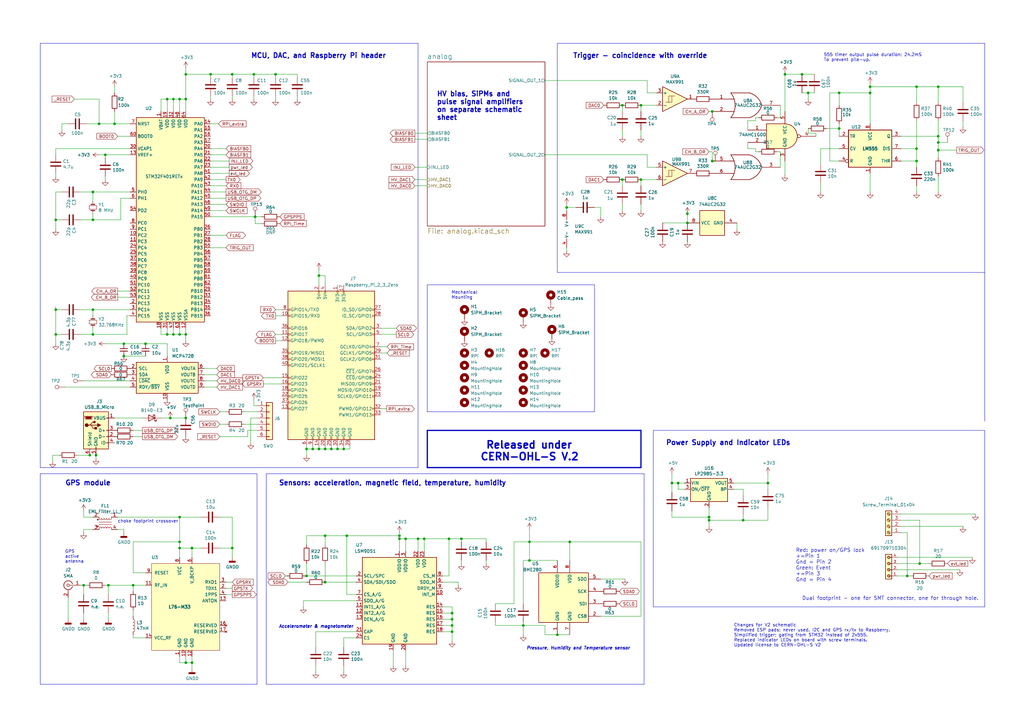
<source format=kicad_sch>
(kicad_sch (version 20230121) (generator eeschema)
  (paper "A3")
  (title_block (title "Cosmic Pi") (rev "1.8") (company "Cosmic Pi Project"))
  (junction (at 217.17 229.87))
  (junction (at 71.12 40.64))
  (junction (at 22.86 90.17))
  (junction (at 104.14 30.48))
  (junction (at 34.29 240.03))
  (junction (at 356.87 35.56))
  (junction (at 76.2 40.64))
  (junction (at 142.24 219.71))
  (junction (at 68.58 137.16))
  (junction (at 76.2 30.48))
  (junction (at 73.66 212.09))
  (junction (at 73.66 137.16))
  (junction (at 54.61 240.03))
  (junction (at 281.94 91.44))
  (junction (at 38.1 90.17))
  (junction (at 125.73 184.15))
  (junction (at 22.86 137.16))
  (junction (at 140.97 184.15))
  (junction (at 275.59 198.12))
  (junction (at 304.8 213.36))
  (junction (at 189.23 220.98))
  (junction (at 171.45 220.98))
  (junction (at 43.18 63.5))
  (junction (at 69.85 171.45))
  (junction (at 76.2 137.16))
  (junction (at 133.35 219.71))
  (junction (at 232.41 85.09))
  (junction (at 95.25 30.48))
  (junction (at 375.92 60.96))
  (junction (at 73.66 40.64))
  (junction (at 278.13 198.12))
  (junction (at 331.47 38.1))
  (junction (at 185.42 254))
  (junction (at 173.99 220.98))
  (junction (at 39.37 186.69))
  (junction (at 22.86 127))
  (junction (at 44.45 240.03))
  (junction (at 233.68 222.25))
  (junction (at 262.89 43.18))
  (junction (at 38.1 127))
  (junction (at 138.43 184.15))
  (junction (at 133.35 184.15))
  (junction (at 328.93 30.48))
  (junction (at 217.17 222.25))
  (junction (at 163.83 220.98))
  (junction (at 104.648 88.9))
  (junction (at 384.81 35.56))
  (junction (at 166.37 220.98))
  (junction (at 73.66 222.25))
  (junction (at 68.58 40.64))
  (junction (at 185.42 251.46))
  (junction (at 50.8 146.05))
  (junction (at 292.1 45.72))
  (junction (at 86.36 30.48))
  (junction (at 128.27 184.15))
  (junction (at 76.2 271.78))
  (junction (at 290.83 213.36))
  (junction (at 133.35 238.76))
  (junction (at 50.8 140.97))
  (junction (at 356.87 38.1))
  (junction (at 130.81 184.15))
  (junction (at 130.81 113.03))
  (junction (at 344.17 38.1))
  (junction (at 78.74 271.78))
  (junction (at 228.6 260.35))
  (junction (at 384.81 55.88))
  (junction (at 135.89 184.15))
  (junction (at 125.73 236.22))
  (junction (at 384.81 61.5696))
  (junction (at 384.81 58.42))
  (junction (at 262.89 73.66))
  (junction (at 46.99 50.8))
  (junction (at 281.94 87.63))
  (junction (at 185.42 256.54))
  (junction (at 59.69 140.97))
  (junction (at 375.92 35.56))
  (junction (at 38.1 78.74))
  (junction (at 292.1 66.04))
  (junction (at 214.63 256.54))
  (junction (at 255.27 43.18))
  (junction (at 372.11 236.22))
  (junction (at 76.2 171.45))
  (junction (at 184.15 220.98))
  (junction (at 36.83 186.69))
  (junction (at 377.19 231.14))
  (junction (at 38.1 137.16))
  (junction (at 314.96 198.12))
  (junction (at 71.12 137.16))
  (junction (at 73.66 224.79))
  (junction (at 344.17 52.705))
  (junction (at 113.03 30.48))
  (junction (at 321.945 30.48))
  (junction (at 375.92 66.04))
  (junction (at 95.25 224.79))
  (junction (at 185.42 259.08))
  (junction (at 163.83 219.71))
  (junction (at 78.74 224.79))
  (junction (at 40.64 50.8))
  (junction (at 290.83 212.09))
  (junction (at 255.27 73.66))
  (wire (pts (xy 113.03 30.48) (xy 121.92 30.48)))
  (wire (pts (xy 170.18 76.2) (xy 175.26 76.2)))
  (wire (pts (xy 76.2 30.48) (xy 76.2 40.64)))
  (wire (pts (xy 203.2 256.54) (xy 214.63 256.54)))
  (wire (pts (xy 33.02 78.74) (xy 38.1 78.74)))
  (wire (pts (xy 306.705 60.96) (xy 306.705 58.42)))
  (wire (pts (xy 181.61 256.54) (xy 185.42 256.54)))
  (wire (pts (xy 146.05 243.84) (xy 142.24 243.84)))
  (wire (pts (xy 255.27 43.18) (xy 255.27 45.72)))
  (polyline (pts (xy 403.86 248.92) (xy 403.86 176.53)))
  (wire (pts (xy 22.86 93.98) (xy 22.86 90.17)))
  (wire (pts (xy 44.45 254) (xy 44.45 251.46)))
  (wire (pts (xy 328.93 38.1) (xy 331.47 38.1)))
  (wire (pts (xy 86.36 88.9) (xy 104.648 88.9)))
  (polyline (pts (xy 264.16 280.67) (xy 264.16 194.31)))
  (wire (pts (xy 133.35 182.88) (xy 133.35 184.15)))
  (wire (pts (xy 290.83 212.09) (xy 290.83 208.28)))
  (wire (pts (xy 368.3 236.22) (xy 372.11 236.22)))
  (wire (pts (xy 321.945 30.48) (xy 328.93 30.48)))
  (wire (pts (xy 54.61 260.35) (xy 54.61 261.62)))
  (wire (pts (xy 384.81 58.42) (xy 384.81 61.5696)))
  (wire (pts (xy 31.75 186.69) (xy 36.83 186.69)))
  (wire (pts (xy 27.94 50.8) (xy 25.4 50.8)))
  (wire (pts (xy 384.81 61.5696) (xy 392.43 61.5696)))
  (wire (pts (xy 375.92 66.04) (xy 375.92 68.58)))
  (wire (pts (xy 384.81 72.39) (xy 384.81 78.74)))
  (wire (pts (xy 138.43 184.15) (xy 140.97 184.15)))
  (wire (pts (xy 130.81 110.49) (xy 130.81 113.03)))
  (wire (pts (xy 22.86 60.96) (xy 53.34 60.96)))
  (wire (pts (xy 336.55 74.93) (xy 336.55 78.74)))
  (wire (pts (xy 135.89 182.88) (xy 135.89 184.15)))
  (wire (pts (xy 181.61 248.92) (xy 185.42 248.92)))
  (polyline (pts (xy 403.86 176.53) (xy 267.97 176.53)))
  (wire (pts (xy 105.41 168.91) (xy 100.33 168.91)))
  (wire (pts (xy 90.17 212.09) (xy 95.25 212.09)))
  (wire (pts (xy 104.14 30.48) (xy 113.03 30.48)))
  (wire (pts (xy 163.83 220.98) (xy 166.37 220.98)))
  (wire (pts (xy 173.99 220.98) (xy 173.99 226.06)))
  (wire (pts (xy 309.88 49.53) (xy 306.705 49.53)))
  (wire (pts (xy 107.95 157.48) (xy 115.57 157.48)))
  (wire (pts (xy 331.47 38.1) (xy 331.47 40.64)))
  (wire (pts (xy 262.89 73.66) (xy 269.24 73.66)))
  (wire (pts (xy 90.17 179.07) (xy 101.6 179.07)))
  (wire (pts (xy 86.36 66.04) (xy 93.98 66.04)))
  (wire (pts (xy 236.22 85.09) (xy 232.41 85.09)))
  (wire (pts (xy 356.87 35.56) (xy 375.92 35.56)))
  (wire (pts (xy 203.2 255.27) (xy 203.2 256.54)))
  (wire (pts (xy 115.57 139.7) (xy 113.03 139.7)))
  (wire (pts (xy 384.81 55.88) (xy 384.81 58.42)))
  (wire (pts (xy 217.17 217.17) (xy 217.17 222.25)))
  (wire (pts (xy 95.25 224.79) (xy 95.25 228.6)))
  (wire (pts (xy 232.41 85.09) (xy 232.41 83.82)))
  (wire (pts (xy 125.73 182.88) (xy 125.73 184.15)))
  (polyline (pts (xy 262.89 191.77) (xy 262.89 176.53)) (stroke (width 0.508) (type solid)))
  (wire (pts (xy 50.8 217.17) (xy 50.8 218.44)))
  (wire (pts (xy 232.41 101.6) (xy 232.41 102.87)))
  (wire (pts (xy 142.24 219.71) (xy 163.83 219.71)))
  (wire (pts (xy 262.89 45.72) (xy 262.89 43.18)))
  (wire (pts (xy 199.39 220.98) (xy 199.39 222.25)))
  (wire (pts (xy 25.4 50.8) (xy 25.4 53.34)))
  (wire (pts (xy 48.26 121.92) (xy 53.34 121.92)))
  (wire (pts (xy 181.61 251.46) (xy 185.42 251.46)))
  (wire (pts (xy 76.2 139.7) (xy 76.2 137.16)))
  (wire (pts (xy 262.89 43.18) (xy 269.24 43.18)))
  (wire (pts (xy 66.04 137.16) (xy 68.58 137.16)))
  (polyline (pts (xy 262.89 176.53) (xy 175.26 176.53)) (stroke (width 0.508) (type solid)))
  (wire (pts (xy 223.52 256.54) (xy 223.52 260.35)))
  (wire (pts (xy 78.74 274.32) (xy 78.74 271.78)))
  (wire (pts (xy 125.73 184.15) (xy 125.73 186.69)))
  (wire (pts (xy 78.74 228.6) (xy 78.74 224.79)))
  (wire (pts (xy 125.73 219.71) (xy 125.73 223.52)))
  (wire (pts (xy 375.92 66.04) (xy 369.57 66.04)))
  (wire (pts (xy 275.59 212.09) (xy 290.83 212.09)))
  (wire (pts (xy 143.51 184.15) (xy 143.51 182.88)))
  (polyline (pts (xy 16.51 191.77) (xy 16.51 17.78)))
  (wire (pts (xy 170.18 68.58) (xy 175.26 68.58)))
  (wire (pts (xy 125.73 236.22) (xy 146.05 236.22)))
  (wire (pts (xy 375.92 60.96) (xy 375.92 66.04)))
  (wire (pts (xy 184.15 220.98) (xy 189.23 220.98)))
  (polyline (pts (xy 243.84 168.91) (xy 243.84 116.84)))
  (wire (pts (xy 339.09 52.705) (xy 344.17 52.705)))
  (wire (pts (xy 22.86 127) (xy 25.4 127)))
  (wire (pts (xy 38.1 78.74) (xy 53.34 78.74)))
  (wire (pts (xy 214.63 229.87) (xy 214.63 247.65)))
  (wire (pts (xy 214.63 229.87) (xy 217.17 229.87)))
  (wire (pts (xy 384.81 55.88) (xy 384.81 49.53)))
  (wire (pts (xy 232.41 85.09) (xy 232.41 86.36)))
  (wire (pts (xy 68.58 140.97) (xy 68.58 146.05)))
  (wire (pts (xy 101.6 179.07) (xy 101.6 176.53)))
  (wire (pts (xy 163.83 218.44) (xy 163.83 219.71)))
  (wire (pts (xy 185.42 248.92) (xy 185.42 251.46)))
  (wire (pts (xy 255.27 76.2) (xy 255.27 73.66)))
  (wire (pts (xy 133.35 231.14) (xy 133.35 238.76)))
  (wire (pts (xy 223.52 33.02) (xy 265.43 33.02)))
  (wire (pts (xy 92.71 173.99) (xy 90.17 173.99)))
  (wire (pts (xy 290.83 45.72) (xy 292.1 45.72)))
  (wire (pts (xy 83.82 151.13) (xy 88.9 151.13)))
  (wire (pts (xy 43.18 63.5) (xy 53.34 63.5)))
  (wire (pts (xy 33.02 240.03) (xy 34.29 240.03)))
  (wire (pts (xy 49.53 90.17) (xy 49.53 81.28)))
  (wire (pts (xy 71.12 40.64) (xy 73.66 40.64)))
  (wire (pts (xy 163.83 220.98) (xy 163.83 226.06)))
  (wire (pts (xy 369.57 210.82) (xy 400.05 210.82)))
  (wire (pts (xy 369.57 55.88) (xy 384.81 55.88)))
  (wire (pts (xy 340.36 38.1) (xy 344.17 38.1)))
  (polyline (pts (xy 403.86 172.72) (xy 403.86 17.78)))
  (wire (pts (xy 162.56 134.62) (xy 156.21 134.62)))
  (wire (pts (xy 71.12 134.62) (xy 71.12 137.16)))
  (wire (pts (xy 69.85 171.45) (xy 76.2 171.45)))
  (wire (pts (xy 292.1 62.23) (xy 292.1 66.04)))
  (wire (pts (xy 107.188 91.694) (xy 104.648 91.694)))
  (wire (pts (xy 384.81 35.56) (xy 394.97 35.56)))
  (polyline (pts (xy 171.45 17.78) (xy 171.45 191.77)))
  (wire (pts (xy 125.222 236.22) (xy 125.73 236.22)))
  (wire (pts (xy 156.21 142.24) (xy 158.75 142.24)))
  (wire (pts (xy 44.45 240.03) (xy 54.61 240.03)))
  (wire (pts (xy 255.27 83.82) (xy 255.27 86.36)))
  (wire (pts (xy 76.2 45.72) (xy 76.2 40.64)))
  (wire (pts (xy 181.61 238.76) (xy 187.96 238.76)))
  (wire (pts (xy 46.99 50.8) (xy 53.34 50.8)))
  (wire (pts (xy 33.02 137.16) (xy 38.1 137.16)))
  (wire (pts (xy 48.26 212.09) (xy 73.66 212.09)))
  (wire (pts (xy 86.36 40.64) (xy 86.36 39.37)))
  (wire (pts (xy 66.04 45.72) (xy 66.04 40.64)))
  (wire (pts (xy 73.66 222.25) (xy 73.66 224.79)))
  (wire (pts (xy 328.93 30.48) (xy 334.01 30.48)))
  (wire (pts (xy 138.43 182.88) (xy 138.43 184.15)))
  (wire (pts (xy 210.82 222.25) (xy 217.17 222.25)))
  (polyline (pts (xy 267.97 176.53) (xy 267.97 248.92)))
  (wire (pts (xy 33.02 127) (xy 38.1 127)))
  (wire (pts (xy 334.645 55.88) (xy 334.645 54.61)))
  (wire (pts (xy 185.42 256.54) (xy 185.42 259.08)))
  (wire (pts (xy 146.05 261.62) (xy 140.97 261.62)))
  (wire (pts (xy 95.25 31.75) (xy 95.25 30.48)))
  (wire (pts (xy 39.37 186.69) (xy 39.37 187.96)))
  (wire (pts (xy 73.66 40.64) (xy 76.2 40.64)))
  (wire (pts (xy 34.29 251.46) (xy 34.29 254)))
  (wire (pts (xy 129.54 273.05) (xy 129.54 275.59)))
  (wire (pts (xy 27.94 245.11) (xy 27.94 254)))
  (wire (pts (xy 39.37 185.42) (xy 39.37 186.69)))
  (wire (pts (xy 86.36 86.36) (xy 92.71 86.36)))
  (wire (pts (xy 223.52 63.5) (xy 265.43 63.5)))
  (wire (pts (xy 306.705 49.53) (xy 306.705 53.34)))
  (wire (pts (xy 43.18 240.03) (xy 44.45 240.03)))
  (wire (pts (xy 185.42 259.08) (xy 185.42 262.89)))
  (wire (pts (xy 86.36 73.66) (xy 92.71 73.66)))
  (wire (pts (xy 54.61 240.03) (xy 59.69 240.03)))
  (wire (pts (xy 321.945 30.48) (xy 321.945 45.72)))
  (wire (pts (xy 133.35 219.71) (xy 125.73 219.71)))
  (wire (pts (xy 86.36 30.48) (xy 95.25 30.48)))
  (polyline (pts (xy 109.22 194.31) (xy 109.22 280.67)))
  (polyline (pts (xy 175.26 191.77) (xy 262.89 191.77)) (stroke (width 0.508) (type solid)))
  (wire (pts (xy 54.61 176.53) (xy 58.42 176.53)))
  (wire (pts (xy 344.17 50.8) (xy 344.17 52.705)))
  (wire (pts (xy 217.17 222.25) (xy 233.68 222.25)))
  (wire (pts (xy 265.43 68.58) (xy 269.24 68.58)))
  (wire (pts (xy 214.63 256.54) (xy 223.52 256.54)))
  (wire (pts (xy 102.87 171.45) (xy 102.87 181.61)))
  (wire (pts (xy 175.26 54.61) (xy 170.18 54.61)))
  (wire (pts (xy 246.38 237.49) (xy 256.3368 237.49)))
  (wire (pts (xy 304.8 213.36) (xy 314.96 213.36)))
  (wire (pts (xy 73.66 224.79) (xy 73.66 228.6)))
  (wire (pts (xy 86.36 50.8) (xy 89.6112 50.8)))
  (wire (pts (xy 86.36 31.75) (xy 86.36 30.48)))
  (wire (pts (xy 78.74 271.78) (xy 78.74 269.24)))
  (wire (pts (xy 140.97 184.15) (xy 143.51 184.15)))
  (wire (pts (xy 92.71 78.74) (xy 86.36 78.74)))
  (wire (pts (xy 125.73 184.15) (xy 128.27 184.15)))
  (wire (pts (xy 38.1 137.16) (xy 38.1 134.62)))
  (wire (pts (xy 142.24 243.84) (xy 142.24 219.71)))
  (wire (pts (xy 309.88 62.23) (xy 309.88 60.96)))
  (wire (pts (xy 73.66 212.09) (xy 73.66 222.25)))
  (wire (pts (xy 290.83 62.23) (xy 292.1 62.23)))
  (wire (pts (xy 255.27 53.34) (xy 255.27 55.88)))
  (wire (pts (xy 104.14 31.75) (xy 104.14 30.48)))
  (wire (pts (xy 86.36 96.52) (xy 92.71 96.52)))
  (wire (pts (xy 129.54 259.08) (xy 129.54 265.43)))
  (wire (pts (xy 40.64 63.5) (xy 43.18 63.5)))
  (wire (pts (xy 76.2 271.78) (xy 78.74 271.78)))
  (wire (pts (xy 54.61 250.19) (xy 54.61 252.73)))
  (polyline (pts (xy 175.26 168.91) (xy 175.26 116.84)))
  (wire (pts (xy 38.1 129.54) (xy 38.1 127)))
  (polyline (pts (xy 228.6 111.76) (xy 403.86 111.76)))
  (wire (pts (xy 375.92 35.56) (xy 375.92 41.91)))
  (wire (pts (xy 372.11 218.44) (xy 372.11 236.22)))
  (wire (pts (xy 52.07 137.16) (xy 52.07 129.54)))
  (wire (pts (xy 228.6 260.35) (xy 233.68 260.35)))
  (wire (pts (xy 24.13 186.69) (xy 21.59 186.69)))
  (wire (pts (xy 265.43 33.02) (xy 265.43 38.1)))
  (wire (pts (xy 104.14 40.64) (xy 104.14 39.37)))
  (wire (pts (xy 184.15 236.22) (xy 184.15 220.98)))
  (polyline (pts (xy 175.26 116.84) (xy 243.84 116.84)))
  (wire (pts (xy 71.12 45.72) (xy 71.12 40.64)))
  (wire (pts (xy 40.64 40.64) (xy 40.64 50.8)))
  (wire (pts (xy 146.05 259.08) (xy 129.54 259.08)))
  (polyline (pts (xy 175.26 176.53) (xy 175.26 191.77)) (stroke (width 0.508) (type solid)))
  (wire (pts (xy 83.82 158.75) (xy 88.9 158.75)))
  (wire (pts (xy 161.29 266.7) (xy 161.29 273.05)))
  (wire (pts (xy 46.99 38.1) (xy 46.99 35.56)))
  (wire (pts (xy 173.99 220.98) (xy 184.15 220.98)))
  (polyline (pts (xy 228.6 111.76) (xy 228.6 17.78)))
  (wire (pts (xy 22.86 60.96) (xy 22.86 63.5)))
  (wire (pts (xy 375.92 60.96) (xy 375.92 49.53)))
  (wire (pts (xy 92.71 243.84) (xy 95.25 243.84)))
  (wire (pts (xy 309.88 48.26) (xy 311.15 48.26)))
  (wire (pts (xy 76.2 27.94) (xy 76.2 30.48)))
  (wire (pts (xy 92.71 168.91) (xy 90.17 168.91)))
  (wire (pts (xy 217.17 229.87) (xy 228.6 229.87)))
  (wire (pts (xy 44.45 243.84) (xy 44.45 240.03)))
  (wire (pts (xy 369.57 215.9) (xy 394.97 215.9)))
  (polyline (pts (xy 16.51 280.67) (xy 105.41 280.67)))
  (wire (pts (xy 82.55 212.09) (xy 73.66 212.09)))
  (wire (pts (xy 90.17 224.79) (xy 95.25 224.79)))
  (wire (pts (xy 140.97 182.88) (xy 140.97 184.15)))
  (wire (pts (xy 320.04 62.23) (xy 318.77 62.23)))
  (wire (pts (xy 300.99 198.12) (xy 314.96 198.12)))
  (wire (pts (xy 30.48 40.64) (xy 40.64 40.64)))
  (wire (pts (xy 92.71 60.96) (xy 86.36 60.96)))
  (wire (pts (xy 320.04 68.58) (xy 320.04 62.23)))
  (wire (pts (xy 130.81 184.15) (xy 133.35 184.15)))
  (wire (pts (xy 113.03 137.16) (xy 115.57 137.16)))
  (wire (pts (xy 262.89 83.82) (xy 262.89 86.36)))
  (wire (pts (xy 40.64 50.8) (xy 46.99 50.8)))
  (wire (pts (xy 321.945 66.04) (xy 321.945 71.755)))
  (wire (pts (xy 166.37 226.06) (xy 166.37 220.98)))
  (wire (pts (xy 86.36 101.6) (xy 92.71 101.6)))
  (wire (pts (xy 369.57 60.96) (xy 375.92 60.96)))
  (wire (pts (xy 189.23 222.25) (xy 189.23 220.98)))
  (wire (pts (xy 290.83 213.36) (xy 290.83 215.9)))
  (wire (pts (xy 331.47 52.705) (xy 331.47 54.61)))
  (wire (pts (xy 66.04 40.64) (xy 68.58 40.64)))
  (wire (pts (xy 125.73 231.14) (xy 125.73 236.22)))
  (wire (pts (xy 334.645 54.61) (xy 331.47 54.61)))
  (wire (pts (xy 146.05 246.38) (xy 124.46 246.38)))
  (wire (pts (xy 344.17 38.1) (xy 356.87 38.1)))
  (wire (pts (xy 130.81 113.03) (xy 130.81 116.84)))
  (wire (pts (xy 314.96 213.36) (xy 314.96 208.28)))
  (wire (pts (xy 34.29 217.17) (xy 34.29 218.44)))
  (wire (pts (xy 275.59 201.93) (xy 275.59 198.12)))
  (wire (pts (xy 86.36 76.2) (xy 92.71 76.2)))
  (wire (pts (xy 304.8 200.66) (xy 304.8 203.2)))
  (wire (pts (xy 33.02 90.17) (xy 38.1 90.17)))
  (wire (pts (xy 34.29 156.21) (xy 53.34 156.21)))
  (wire (pts (xy 265.43 38.1) (xy 269.24 38.1)))
  (wire (pts (xy 76.2 137.16) (xy 76.2 134.62)))
  (wire (pts (xy 278.13 198.12) (xy 275.59 198.12)))
  (wire (pts (xy 262.89 76.2) (xy 262.89 73.66)))
  (wire (pts (xy 82.55 224.79) (xy 78.74 224.79)))
  (wire (pts (xy 50.8 146.05) (xy 59.69 146.05)))
  (wire (pts (xy 140.97 275.59) (xy 140.97 273.05)))
  (wire (pts (xy 78.74 224.79) (xy 73.66 224.79)))
  (wire (pts (xy 166.37 266.7) (xy 166.37 273.05)))
  (wire (pts (xy 68.58 137.16) (xy 71.12 137.16)))
  (wire (pts (xy 22.86 90.17) (xy 22.86 78.74)))
  (wire (pts (xy 156.21 144.78) (xy 158.75 144.78)))
  (wire (pts (xy 22.86 78.74) (xy 25.4 78.74)))
  (wire (pts (xy 210.82 247.65) (xy 210.82 222.25)))
  (wire (pts (xy 290.83 212.09) (xy 290.83 213.36)))
  (wire (pts (xy 281.94 86.36) (xy 281.94 87.63)))
  (wire (pts (xy 124.46 246.38) (xy 124.46 248.92)))
  (wire (pts (xy 368.3 228.6) (xy 398.78 228.6)))
  (wire (pts (xy 321.945 29.845) (xy 321.945 30.48)))
  (wire (pts (xy 368.3 233.68) (xy 393.7 233.68)))
  (wire (pts (xy 36.83 186.69) (xy 36.83 185.42)))
  (wire (pts (xy 290.83 213.36) (xy 304.8 213.36)))
  (wire (pts (xy 50.8 140.97) (xy 59.69 140.97)))
  (wire (pts (xy 156.21 167.64) (xy 158.6484 167.64)))
  (polyline (pts (xy 267.97 248.92) (xy 403.86 248.92)))
  (wire (pts (xy 246.38 252.73) (xy 262.89 252.73)))
  (wire (pts (xy 394.97 49.53) (xy 394.97 52.07)))
  (polyline (pts (xy 175.26 168.91) (xy 243.84 168.91)))
  (wire (pts (xy 130.81 113.03) (xy 133.35 113.03)))
  (wire (pts (xy 384.81 61.5696) (xy 384.81 64.77)))
  (wire (pts (xy 95.25 212.09) (xy 95.25 224.79)))
  (wire (pts (xy 271.78 91.44) (xy 281.94 91.44)))
  (wire (pts (xy 265.43 63.5) (xy 265.43 68.58)))
  (wire (pts (xy 86.36 83.82) (xy 92.71 83.82)))
  (wire (pts (xy 185.42 254) (xy 185.42 256.54)))
  (wire (pts (xy 356.87 38.1) (xy 356.87 50.8)))
  (wire (pts (xy 105.41 171.45) (xy 102.87 171.45)))
  (wire (pts (xy 292.1 66.04) (xy 293.37 66.04)))
  (wire (pts (xy 309.88 60.96) (xy 306.705 60.96)))
  (wire (pts (xy 34.29 212.09) (xy 34.29 209.55)))
  (wire (pts (xy 43.18 63.5) (xy 43.18 64.77)))
  (wire (pts (xy 262.89 222.25) (xy 262.89 252.73)))
  (wire (pts (xy 104.648 91.694) (xy 104.648 88.9)))
  (wire (pts (xy 262.89 53.34) (xy 262.89 55.88)))
  (wire (pts (xy 233.68 222.25) (xy 262.89 222.25)))
  (wire (pts (xy 43.18 140.97) (xy 50.8 140.97)))
  (wire (pts (xy 171.45 226.06) (xy 171.45 220.98)))
  (wire (pts (xy 318.77 48.26) (xy 320.04 48.26)))
  (wire (pts (xy 115.57 154.94) (xy 107.95 154.94)))
  (wire (pts (xy 170.18 73.66) (xy 175.26 73.66)))
  (wire (pts (xy 66.04 171.45) (xy 69.85 171.45)))
  (polyline (pts (xy 171.45 191.77) (xy 16.51 191.77)))
  (wire (pts (xy 377.19 231.14) (xy 381 231.14)))
  (wire (pts (xy 38.1 90.17) (xy 38.1 87.63)))
  (wire (pts (xy 59.69 261.62) (xy 54.61 261.62)))
  (wire (pts (xy 214.63 256.54) (xy 214.63 260.35)))
  (wire (pts (xy 73.66 271.78) (xy 73.66 269.24)))
  (wire (pts (xy 22.86 137.16) (xy 22.86 127)))
  (wire (pts (xy 121.92 31.75) (xy 121.92 30.48)))
  (wire (pts (xy 181.61 236.22) (xy 184.15 236.22)))
  (wire (pts (xy 121.92 40.64) (xy 121.92 39.37)))
  (wire (pts (xy 38.1 137.16) (xy 52.07 137.16)))
  (wire (pts (xy 92.71 81.28) (xy 86.36 81.28)))
  (wire (pts (xy 48.26 217.17) (xy 50.8 217.17)))
  (wire (pts (xy 49.53 81.28) (xy 53.34 81.28)))
  (wire (pts (xy 275.59 209.55) (xy 275.59 212.09)))
  (wire (pts (xy 46.99 45.72) (xy 46.99 50.8)))
  (wire (pts (xy 83.82 156.21) (xy 88.9 156.21)))
  (wire (pts (xy 331.47 38.1) (xy 334.01 38.1)))
  (wire (pts (xy 22.86 71.12) (xy 22.86 72.39)))
  (wire (pts (xy 52.07 129.54) (xy 53.34 129.54)))
  (wire (pts (xy 46.99 171.45) (xy 58.42 171.45)))
  (wire (pts (xy 384.81 35.56) (xy 384.81 41.91)))
  (wire (pts (xy 311.15 62.23) (xy 309.88 62.23)))
  (wire (pts (xy 54.61 222.25) (xy 54.61 234.95)))
  (wire (pts (xy 372.11 236.22) (xy 373.38 236.22)))
  (polyline (pts (xy 105.41 280.67) (xy 105.41 194.31)))
  (wire (pts (xy 43.18 73.66) (xy 43.18 72.39)))
  (wire (pts (xy 356.87 71.12) (xy 356.87 78.74)))
  (wire (pts (xy 48.26 55.88) (xy 53.34 55.88)))
  (wire (pts (xy 246.38 85.09) (xy 246.38 88.9)))
  (wire (pts (xy 105.41 173.99) (xy 100.33 173.99)))
  (wire (pts (xy 133.35 184.15) (xy 135.89 184.15)))
  (wire (pts (xy 59.69 140.97) (xy 68.58 140.97)))
  (wire (pts (xy 163.83 219.71) (xy 163.83 220.98)))
  (polyline (pts (xy 228.6 17.78) (xy 403.86 17.78)))
  (wire (pts (xy 95.25 30.48) (xy 104.14 30.48)))
  (wire (pts (xy 336.55 60.96) (xy 336.55 67.31)))
  (wire (pts (xy 117.0432 236.22) (xy 117.602 236.22)))
  (wire (pts (xy 22.86 140.97) (xy 22.86 137.16)))
  (wire (pts (xy 187.96 238.76) (xy 187.96 240.03)))
  (wire (pts (xy 171.45 220.98) (xy 173.99 220.98)))
  (wire (pts (xy 93.98 71.12) (xy 86.36 71.12)))
  (wire (pts (xy 133.35 219.71) (xy 142.24 219.71)))
  (wire (pts (xy 73.66 222.25) (xy 54.61 222.25)))
  (wire (pts (xy 128.27 184.15) (xy 130.81 184.15)))
  (wire (pts (xy 86.36 68.58) (xy 93.98 68.58)))
  (wire (pts (xy 38.1 217.17) (xy 34.29 217.17)))
  (wire (pts (xy 217.17 222.25) (xy 217.17 229.87)))
  (wire (pts (xy 73.66 134.62) (xy 73.66 137.16)))
  (wire (pts (xy 320.04 43.18) (xy 320.04 48.26)))
  (wire (pts (xy 340.36 66.04) (xy 340.36 38.1)))
  (wire (pts (xy 181.61 254) (xy 185.42 254)))
  (wire (pts (xy 302.26 91.44) (xy 302.26 93.98)))
  (wire (pts (xy 38.1 127) (xy 53.34 127)))
  (wire (pts (xy 223.52 260.35) (xy 228.6 260.35)))
  (wire (pts (xy 275.59 194.31) (xy 275.59 198.12)))
  (wire (pts (xy 214.63 255.27) (xy 214.63 256.54)))
  (wire (pts (xy 35.56 50.8) (xy 40.64 50.8)))
  (polyline (pts (xy 16.51 194.31) (xy 16.51 280.67)))
  (wire (pts (xy 166.37 220.98) (xy 171.45 220.98)))
  (wire (pts (xy 133.35 113.03) (xy 133.35 116.84)))
  (wire (pts (xy 73.66 137.16) (xy 76.2 137.16)))
  (wire (pts (xy 48.26 119.38) (xy 53.34 119.38)))
  (wire (pts (xy 38.1 90.17) (xy 49.53 90.17)))
  (wire (pts (xy 92.71 63.5) (xy 86.36 63.5)))
  (wire (pts (xy 71.12 137.16) (xy 73.66 137.16)))
  (wire (pts (xy 133.35 223.52) (xy 133.35 219.71)))
  (wire (pts (xy 113.03 40.64) (xy 113.03 39.37)))
  (wire (pts (xy 344.17 38.1) (xy 344.17 43.18)))
  (wire (pts (xy 356.87 34.29) (xy 356.87 35.56)))
  (wire (pts (xy 344.17 60.96) (xy 336.55 60.96)))
  (wire (pts (xy 101.6 176.53) (xy 105.41 176.53)))
  (wire (pts (xy 34.29 240.03) (xy 34.29 243.84)))
  (wire (pts (xy 92.71 238.76) (xy 95.25 238.76)))
  (wire (pts (xy 175.26 57.15) (xy 170.18 57.15)))
  (wire (pts (xy 344.17 66.04) (xy 340.36 66.04)))
  (wire (pts (xy 314.96 198.12) (xy 314.96 200.66)))
  (wire (pts (xy 68.58 45.72) (xy 68.58 40.64)))
  (wire (pts (xy 377.19 213.36) (xy 377.19 231.14)))
  (wire (pts (xy 369.57 213.36) (xy 377.19 213.36)))
  (wire (pts (xy 118.11 238.76) (xy 125.73 238.76)))
  (wire (pts (xy 66.04 134.62) (xy 66.04 137.16)))
  (wire (pts (xy 300.99 200.66) (xy 304.8 200.66)))
  (wire (pts (xy 135.89 184.15) (xy 138.43 184.15)))
  (polyline (pts (xy 105.41 194.31) (xy 16.51 194.31)))
  (wire (pts (xy 68.58 134.62) (xy 68.58 137.16)))
  (wire (pts (xy 281.94 87.63) (xy 281.94 91.44)))
  (wire (pts (xy 54.61 240.03) (xy 54.61 242.57)))
  (wire (pts (xy 185.42 251.46) (xy 185.42 254)))
  (wire (pts (xy 304.8 210.82) (xy 304.8 213.36)))
  (wire (pts (xy 189.23 231.14) (xy 189.23 229.87)))
  (polyline (pts (xy 109.22 280.67) (xy 264.16 280.67)))
  (wire (pts (xy 105.41 166.37) (xy 104.14 166.37)))
  (wire (pts (xy 76.2 271.78) (xy 76.2 269.24)))
  (wire (pts (xy 203.2 247.65) (xy 210.82 247.65)))
  (wire (pts (xy 73.66 271.78) (xy 76.2 271.78)))
  (polyline (pts (xy 109.22 194.31) (xy 264.16 194.31)))
  (wire (pts (xy 368.3 231.14) (xy 377.19 231.14)))
  (wire (pts (xy 280.67 200.66) (xy 278.13 200.66)))
  (wire (pts (xy 394.97 35.56) (xy 394.97 41.91)))
  (wire (pts (xy 133.35 238.76) (xy 146.05 238.76)))
  (wire (pts (xy 369.57 218.44) (xy 372.11 218.44)))
  (wire (pts (xy 181.61 259.08) (xy 185.42 259.08)))
  (wire (pts (xy 113.03 127) (xy 115.57 127)))
  (wire (pts (xy 38.1 78.74) (xy 38.1 82.55)))
  (wire (pts (xy 21.59 186.69) (xy 21.59 189.23)))
  (wire (pts (xy 140.97 261.62) (xy 140.97 265.43)))
  (wire (pts (xy 344.17 52.705) (xy 344.17 55.88)))
  (polyline (pts (xy 16.51 17.78) (xy 171.45 17.78)))
  (wire (pts (xy 356.87 38.1) (xy 356.87 35.56)))
  (wire (pts (xy 95.25 40.64) (xy 95.25 39.37)))
  (wire (pts (xy 86.36 30.48) (xy 76.2 30.48)))
  (wire (pts (xy 104.648 88.9) (xy 107.188 88.9)))
  (wire (pts (xy 92.71 241.3) (xy 95.25 241.3)))
  (wire (pts (xy 34.29 240.03) (xy 35.56 240.03)))
  (wire (pts (xy 38.1 212.09) (xy 34.29 212.09)))
  (wire (pts (xy 26.67 158.75) (xy 53.34 158.75)))
  (wire (pts (xy 54.61 179.07) (xy 58.42 179.07)))
  (wire (pts (xy 54.61 234.95) (xy 59.69 234.95)))
  (wire (pts (xy 104.14 163.83) (xy 104.14 166.37)))
  (wire (pts (xy 199.39 231.14) (xy 199.39 229.87)))
  (wire (pts (xy 309.88 48.26) (xy 309.88 49.53)))
  (wire (pts (xy 384.81 35.56) (xy 375.92 35.56)))
  (wire (pts (xy 68.58 40.64) (xy 71.12 40.64)))
  (wire (pts (xy 83.82 153.67) (xy 88.9 153.67)))
  (wire (pts (xy 73.66 45.72) (xy 73.66 40.64)))
  (wire (pts (xy 130.81 182.88) (xy 130.81 184.15)))
  (wire (pts (xy 243.84 85.09) (xy 246.38 85.09)))
  (wire (pts (xy 113.03 129.54) (xy 115.57 129.54)))
  (wire (pts (xy 113.03 31.75) (xy 113.03 30.48)))
  (wire (pts (xy 25.4 90.17) (xy 22.86 90.17)))
  (wire (pts (xy 189.23 220.98) (xy 199.39 220.98)))
  (wire (pts (xy 384.81 58.42) (xy 388.62 58.42)))
  (wire (pts (xy 162.56 137.16) (xy 156.21 137.16)))
  (wire (pts (xy 233.68 222.25) (xy 233.68 229.87)))
  (wire (pts (xy 278.13 200.66) (xy 278.13 198.12)))
  (wire (pts (xy 375.92 76.2) (xy 375.92 78.74)))
  (wire (pts (xy 280.67 198.12) (xy 278.13 198.12)))
  (wire (pts (xy 128.27 182.88) (xy 128.27 184.15)))
  (wire (pts (xy 25.4 137.16) (xy 22.86 137.16)))
  (wire (pts (xy 22.86 127) (xy 22.86 125.73)))
  (wire (pts (xy 314.96 194.31) (xy 314.96 198.12)))
  (text_box "Mechanical Mounting\n" (at 184.15 118.11 0) (size 0 0) (effects (font (size 1.27 1.27)) (justify left top)))
  (text "MCU, DAC, and Raspberry Pi header" (at 102.87 24.13 0) (effects (font (size 2.0066 2.0066) (thickness 0.4013) bold) (justify left bottom)))
  (text "GPS module" (at 26.67 199.39 0) (effects (font (size 2.0066 2.0066) (thickness 0.4013) bold) (justify left bottom)))
  (text "Accelerometer & magnetometer" (at 114.3 257.81 0) (effects (font (size 1.27 1.27) (thickness 0.254) bold italic) (justify left bottom)))
  (text "HV bias, SiPMs and\npulse signal amplifiers\non separate schematic \nsheet" (at 179.07 49.53 0) (effects (font (size 2.0066 2.0066) (thickness 0.4013) bold) (justify left bottom)))
  (text "choke footprint crossover\n" (at 48.26 214.63 0) (effects (font (size 1.27 1.27)) (justify left bottom)))
  (text "Trigger - coincidence with override" (at 234.95 24.13 0) (effects (font (size 2.0066 2.0066) (thickness 0.4013) bold) (justify left bottom)))
  (text "Pressure, Humidity and Temperature sensor" (at 215.9 266.7 0) (effects (font (size 1.27 1.27) (thickness 0.254) bold italic) (justify left bottom)))
  (text "555 timer output pulse duration: 24.2mS\nTo prevent pile-up. " (at 337.82 25.4 0) (effects (font (size 1.27 1.27)) (justify left bottom)))
  (text "GPS \nactive \nantenna" (at 26.67 231.14 0) (effects (font (size 1.27 1.27)) (justify left bottom)))
  (text "Changes for V2 schematic\nRemoved ESP pads; never used. I2C and GPS rx/tx to Raspberry.\nSimplified trigger; gating from STM32 instead of 2x555.\nReplaced indicator LEDs on board with screw terminals. \nUpdated license to CERN-OHL-S V2" (at 300.99 265.43 0) (effects (font (size 1.27 1.27)) (justify left bottom)))
  (text " Released under\nCERN-OHL-S V.2" (at 196.85 189.23 0) (effects (font (size 2.9972 2.9972) (thickness 0.5994) bold) (justify left bottom)))
  (text "Power Supply and Indicator LEDs" (at 273.05 182.88 0) (effects (font (size 2.0066 2.0066) (thickness 0.4013) bold) (justify left bottom)))
  (text "Sensors: acceleration, magnetic field, temperature, humidity" (at 114.3 199.39 0) (effects (font (size 2.0066 2.0066) (thickness 0.4013) bold) (justify left bottom)))
  (text "Dual footprint - one for SMT connector, one for through hole. " (at 328.93 246.38 0) (effects (font (size 1.4986 1.4986)) (justify left bottom)))
  (text "Red: power on/GPS lock\n+=Pin 1\nGnd = Pin 2\nGreen: Event\n+=Pin 3\nGnd = Pin 4" (at 326.39 238.76 0) (effects (font (size 1.4986 1.4986)) (justify left bottom)))
  (global_label "BOOT0" (shape output) (at 113.03 139.7 180) (property "Intersheetrefs" "${INTERSHEET_REFS}" (effects hide)))
  (global_label "BIASFB1" (shape input) (at 92.71 63.5 0) (property "Intersheetrefs" "${INTERSHEET_REFS}" (effects hide)))
  (global_label "HV_DAC0" (shape input) (at 88.9 156.21 0) (property "Intersheetrefs" "${INTERSHEET_REFS}" (effects hide)))
  (global_label "RPI_extra" (shape output) (at 158.6484 167.64 0) (property "Intersheetrefs" "${INTERSHEET_REFS}" (effects hide)))
  (global_label "TX0" (shape output) (at 113.03 129.54 180) (property "Intersheetrefs" "${INTERSHEET_REFS}" (effects hide)))
  (global_label "TRIG_OUT" (shape input) (at 92.71 101.6 0) (property "Intersheetrefs" "${INTERSHEET_REFS}" (effects hide)))
  (global_label "DAC1" (shape input) (at 88.9 153.67 0) (property "Intersheetrefs" "${INTERSHEET_REFS}" (effects hide)))
  (global_label "GPSPPS" (shape input) (at 114.808 88.9 0) (property "Intersheetrefs" "${INTERSHEET_REFS}" (effects hide)))
  (global_label "USB_OTG_DP" (shape output) (at 92.71 81.28 0) (property "Intersheetrefs" "${INTERSHEET_REFS}" (effects hide)))
  (global_label "FLAG" (shape bidirectional) (at 113.03 137.16 180) (property "Intersheetrefs" "${INTERSHEET_REFS}" (effects hide)))
  (global_label "DAC0" (shape input) (at 88.9 151.13 0) (property "Intersheetrefs" "${INTERSHEET_REFS}" (effects hide)))
  (global_label "SDA0" (shape bidirectional) (at 45.72 153.67 180) (property "Intersheetrefs" "${INTERSHEET_REFS}" (effects hide)))
  (global_label "INJ_LED" (shape input) (at 170.18 68.58 180) (property "Intersheetrefs" "${INTERSHEET_REFS}" (effects hide)))
  (global_label "TX0" (shape output) (at 92.71 73.66 0) (property "Intersheetrefs" "${INTERSHEET_REFS}" (effects hide)))
  (global_label "SDA0" (shape bidirectional) (at 162.56 134.62 0) (property "Intersheetrefs" "${INTERSHEET_REFS}" (effects hide)))
  (global_label "TRIG_OUT" (shape output) (at 392.43 61.5696 0) (property "Intersheetrefs" "${INTERSHEET_REFS}" (effects hide)))
  (global_label "CH_A_OR" (shape input) (at 290.83 45.72 180) (property "Intersheetrefs" "${INTERSHEET_REFS}" (effects hide)))
  (global_label "RX0" (shape input) (at 92.71 76.2 0) (property "Intersheetrefs" "${INTERSHEET_REFS}" (effects hide)))
  (global_label "HV_DAC0" (shape input) (at 170.18 76.2 180) (property "Intersheetrefs" "${INTERSHEET_REFS}" (effects hide)))
  (global_label "USB_OTG_DM" (shape output) (at 92.71 78.74 0) (property "Intersheetrefs" "${INTERSHEET_REFS}" (effects hide)))
  (global_label "GPSTX" (shape input) (at 107.95 154.94 180) (property "Intersheetrefs" "${INTERSHEET_REFS}" (effects hide)))
  (global_label "DAC0" (shape input) (at 247.65 43.18 180) (property "Intersheetrefs" "${INTERSHEET_REFS}" (effects hide)))
  (global_label "INJ_LED" (shape output) (at 93.98 66.04 0) (property "Intersheetrefs" "${INTERSHEET_REFS}" (effects hide)))
  (global_label "BIASFB1" (shape output) (at 170.18 57.15 180) (property "Intersheetrefs" "${INTERSHEET_REFS}" (effects hide)))
  (global_label "HV_DAC1" (shape input) (at 170.18 73.66 180) (property "Intersheetrefs" "${INTERSHEET_REFS}" (effects hide)))
  (global_label "CH_A_OR" (shape output) (at 48.26 119.38 180) (property "Intersheetrefs" "${INTERSHEET_REFS}" (effects hide)))
  (global_label "RPI_Time" (shape input) (at 158.75 142.24 0) (property "Intersheetrefs" "${INTERSHEET_REFS}" (effects hide)))
  (global_label "DAC1" (shape input) (at 247.65 73.66 180) (property "Intersheetrefs" "${INTERSHEET_REFS}" (effects hide)))
  (global_label "_RESET" (shape input) (at 158.75 144.78 0) (property "Intersheetrefs" "${INTERSHEET_REFS}" (effects hide)))
  (global_label "GPSPPS" (shape output) (at 95.25 243.84 0) (property "Intersheetrefs" "${INTERSHEET_REFS}" (effects hide)))
  (global_label "CH_B_OR" (shape input) (at 290.83 62.23 180) (property "Intersheetrefs" "${INTERSHEET_REFS}" (effects hide)))
  (global_label "CH_B_OR" (shape output) (at 48.26 121.92 180) (property "Intersheetrefs" "${INTERSHEET_REFS}" (effects hide)))
  (global_label "GPSTX" (shape output) (at 95.25 241.3 0) (property "Intersheetrefs" "${INTERSHEET_REFS}" (effects hide)))
  (global_label "USB_OTG_DP" (shape output) (at 58.42 176.53 0) (property "Intersheetrefs" "${INTERSHEET_REFS}" (effects hide)))
  (global_label "BIASFB0" (shape input) (at 92.71 60.96 0) (property "Intersheetrefs" "${INTERSHEET_REFS}" (effects hide)))
  (global_label "GPSRX" (shape input) (at 95.25 238.76 0) (property "Intersheetrefs" "${INTERSHEET_REFS}" (effects hide)))
  (global_label "RX0" (shape input) (at 113.03 127 180) (property "Intersheetrefs" "${INTERSHEET_REFS}" (effects hide)))
  (global_label "GPSRX" (shape output) (at 107.95 157.48 180) (property "Intersheetrefs" "${INTERSHEET_REFS}" (effects hide)))
  (global_label "SWCLK" (shape input) (at 90.17 168.91 180) (property "Intersheetrefs" "${INTERSHEET_REFS}" (effects hide)))
  (global_label "RPI_extra" (shape input) (at 89.6112 50.8 0) (property "Intersheetrefs" "${INTERSHEET_REFS}" (effects hide)))
  (global_label "RPI_Time" (shape input) (at 114.808 91.694 0) (property "Intersheetrefs" "${INTERSHEET_REFS}" (effects hide)))
  (global_label "BOOT0" (shape input) (at 48.26 55.88 180) (property "Intersheetrefs" "${INTERSHEET_REFS}" (effects hide)))
  (global_label "pwr_led" (shape input) (at 381 236.22 0) (property "Intersheetrefs" "${INTERSHEET_REFS}" (effects hide)))
  (global_label "evt_led" (shape output) (at 93.98 71.12 0) (effects (font (size 1.1684 1.1684))) (property "Intersheetrefs" "${INTERSHEET_REFS}" (effects hide)))
  (global_label "SWDIO" (shape input) (at 92.71 83.82 0) (property "Intersheetrefs" "${INTERSHEET_REFS}" (effects hide)))
  (global_label "SDA0" (shape bidirectional) (at 254 242.57 0) (property "Intersheetrefs" "${INTERSHEET_REFS}" (effects hide)))
  (global_label "USB_OTG_DM" (shape output) (at 58.42 179.07 0) (property "Intersheetrefs" "${INTERSHEET_REFS}" (effects hide)))
  (global_label "_RESET" (shape input) (at 90.17 179.07 180) (property "Intersheetrefs" "${INTERSHEET_REFS}" (effects hide)))
  (global_label "SCL0" (shape input) (at 254 247.65 0) (property "Intersheetrefs" "${INTERSHEET_REFS}" (effects hide)))
  (global_label "BIASFB0" (shape output) (at 170.18 54.61 180) (property "Intersheetrefs" "${INTERSHEET_REFS}" (effects hide)))
  (global_label "SCL0" (shape output) (at 162.56 137.16 0) (property "Intersheetrefs" "${INTERSHEET_REFS}" (effects hide)))
  (global_label "evt_led" (shape input) (at 388.62 231.14 0) (effects (font (size 1.1684 1.1684))) (property "Intersheetrefs" "${INTERSHEET_REFS}" (effects hide)))
  (global_label "SWDIO" (shape input) (at 90.17 173.99 180) (property "Intersheetrefs" "${INTERSHEET_REFS}" (effects hide)))
  (global_label "SDA0" (shape bidirectional) (at 118.11 238.76 180) (property "Intersheetrefs" "${INTERSHEET_REFS}" (effects hide)))
  (global_label "FLAG" (shape bidirectional) (at 92.71 96.52 0) (property "Intersheetrefs" "${INTERSHEET_REFS}" (effects hide)))
  (global_label "HV_DAC1" (shape input) (at 88.9 158.75 0) (property "Intersheetrefs" "${INTERSHEET_REFS}" (effects hide)))
  (global_label "SWCLK" (shape input) (at 92.71 86.36 0) (property "Intersheetrefs" "${INTERSHEET_REFS}" (effects hide)))
  (global_label "pwr_led" (shape output) (at 93.98 68.58 0) (property "Intersheetrefs" "${INTERSHEET_REFS}" (effects hide)))
  (global_label "SCL0" (shape output) (at 45.72 151.13 180) (property "Intersheetrefs" "${INTERSHEET_REFS}" (effects hide)))
  (global_label "SCL0" (shape input) (at 117.0432 236.22 180) (property "Intersheetrefs" "${INTERSHEET_REFS}" (effects hide)))
  (global_label "_RESET" (shape input) (at 30.48 40.64 180) (property "Intersheetrefs" "${INTERSHEET_REFS}" (effects hide)))
  (hierarchical_label "HV_DAC1" (shape output) (at 175.26 73.66 0))
  (hierarchical_label "HV_DAC0" (shape output) (at 175.26 76.2 0))
  (symbol (lib_id "cosmicpi_1.8-rescue:LM555-Timer") (at 356.87 60.96 0) (unit 1)
    (property "Reference" "U12" (at 351.155 52.07 0))
    (property "Value" "LM555" (at 356.87 60.96 0) (effects (font bold)))
    (property "Footprint" "Package_SO:SOIC-8_3.9x4.9mm_P1.27mm" (effects hide))
    (property "Datasheet" "http://www.ti.com/lit/ds/symlink/lm555.pdf" (effects hide))
  )
  (symbol (lib_id "cosmicpi_1.8-rescue:+3.3V-power") (at 356.87 34.29 0) (unit 1)
    (property "Reference" "#PWR066" (effects hide))
    (property "Value" "+3.3V" (at 357.251 29.8958 0))
  )
  (symbol (lib_id "Device:R") (at 344.17 46.99 180) (unit 1)
    (property "Reference" "R35" (at 345.44 45.085 0) (effects (justify right)))
    (property "Value" "10k" (at 345.44 46.99 0) (effects (justify right)))
    (property "Footprint" "Resistor_SMD:R_0603_1608Metric" (effects hide))
  )
  (symbol (lib_id "Device:R") (at 384.81 45.72 180) (unit 1)
    (property "Reference" "R40" (at 386.588 44.5516 0) (effects (justify right)))
    (property "Value" "100k" (at 386.588 46.863 0) (effects (justify right)))
    (property "Footprint" "Resistor_SMD:R_0603_1608Metric" (effects hide))
  )
  (symbol (lib_id "Device:R") (at 375.92 45.72 180) (unit 1)
    (property "Reference" "R37" (at 377.698 44.5516 0) (effects (justify right)))
    (property "Value" "100k" (at 377.698 46.863 0) (effects (justify right)))
    (property "Footprint" "Resistor_SMD:R_0603_1608Metric" (effects hide))
  )
  (symbol (lib_id "Device:R") (at 288.29 40.64 90) (unit 1)
    (property "Reference" "R32" (at 288.29 35.3822 90))
    (property "Value" "330R" (at 288.29 37.6936 90))
    (property "Footprint" "Resistor_SMD:R_0603_1608Metric" (effects hide))
  )
  (symbol (lib_id "Device:R") (at 288.29 71.12 90) (unit 1)
    (property "Reference" "R33" (at 288.29 65.8622 90))
    (property "Value" "330R" (at 288.29 68.1736 90))
    (property "Footprint" "Resistor_SMD:R_0603_1608Metric" (effects hide))
  )
  (symbol (lib_id "power:GND") (at 356.87 78.74 0) (unit 1)
    (property "Reference" "#PWR067" (effects hide))
    (property "Value" "GND" (effects hide))
  )
  (symbol (lib_id "Device:R") (at 384.81 68.58 180) (unit 1)
    (property "Reference" "R41" (at 386.588 67.4116 0) (effects (justify right)))
    (property "Value" "100k" (at 386.588 69.723 0) (effects (justify right)))
    (property "Footprint" "Resistor_SMD:R_0603_1608Metric" (effects hide))
  )
  (symbol (lib_id "power:GND") (at 384.81 78.74 0) (unit 1)
    (property "Reference" "#PWR070" (effects hide))
    (property "Value" "GND" (effects hide))
  )
  (symbol (lib_id "Device:C") (at 336.55 71.12 0) (unit 1)
    (property "Reference" "C31" (at 339.471 69.9516 0) (effects (justify left)))
    (property "Value" "10n" (at 339.471 72.263 0) (effects (justify left)))
    (property "Footprint" "Capacitor_SMD:C_0603_1608Metric" (effects hide))
  )
  (symbol (lib_id "power:GND") (at 336.55 78.74 0) (unit 1)
    (property "Reference" "#PWR065" (effects hide))
    (property "Value" "GND" (effects hide))
  )
  (symbol (lib_id "Device:C") (at 375.92 72.39 0) (unit 1)
    (property "Reference" "C33" (at 378.841 71.2216 0) (effects (justify left)))
    (property "Value" "220n" (at 378.841 73.533 0) (effects (justify left)))
    (property "Footprint" "Capacitor_SMD:C_0603_1608Metric" (effects hide))
  )
  (symbol (lib_id "Device:C") (at 394.97 45.72 0) (unit 1)
    (property "Reference" "C35" (at 397.891 44.5516 0) (effects (justify left)))
    (property "Value" "100n" (at 397.891 46.863 0) (effects (justify left)))
    (property "Footprint" "Capacitor_SMD:C_0603_1608Metric" (effects hide))
  )
  (symbol (lib_id "power:GND") (at 375.92 78.74 0) (unit 1)
    (property "Reference" "#PWR069" (effects hide))
    (property "Value" "GND" (effects hide))
  )
  (symbol (lib_id "power:GND") (at 394.97 52.07 0) (unit 1)
    (property "Reference" "#PWR071" (effects hide))
    (property "Value" "GND" (effects hide))
  )
  (symbol (lib_id "cosmicpi_1.8-rescue:+3.3V-power") (at 163.83 218.44 0) (unit 1)
    (property "Reference" "#PWR039" (effects hide))
    (property "Value" "+3.3V" (at 164.211 214.0458 0))
  )
  (symbol (lib_id "Device:C") (at 262.89 49.53 0) (unit 1)
    (property "Reference" "C25" (at 265.811 48.3616 0) (effects (justify left)))
    (property "Value" "1u" (at 265.811 50.673 0) (effects (justify left)))
    (property "Footprint" "Capacitor_SMD:C_1206_3216Metric" (effects hide))
  )
  (symbol (lib_id "Device:C") (at 255.27 49.53 0) (unit 1)
    (property "Reference" "C20" (at 248.92 48.26 0) (effects (justify left)))
    (property "Value" "1u" (at 250.19 50.8 0) (effects (justify left)))
    (property "Footprint" "Capacitor_SMD:C_1206_3216Metric" (effects hide))
  )
  (symbol (lib_id "Device:R") (at 259.08 43.18 90) (unit 1)
    (property "Reference" "R28" (at 259.08 37.9222 90))
    (property "Value" "10k" (at 259.08 40.2336 90))
    (property "Footprint" "Resistor_SMD:R_0603_1608Metric" (effects hide))
  )
  (symbol (lib_id "Device:R") (at 251.46 43.18 90) (unit 1)
    (property "Reference" "R25" (at 251.46 37.9222 90))
    (property "Value" "10k" (at 251.46 40.2336 90))
    (property "Footprint" "Resistor_SMD:R_0603_1608Metric" (effects hide))
  )
  (symbol (lib_id "power:GND") (at 255.27 55.88 0) (unit 1)
    (property "Reference" "#PWR050" (effects hide))
    (property "Value" "GND" (effects hide))
  )
  (symbol (lib_id "power:GND") (at 262.89 55.88 0) (unit 1)
    (property "Reference" "#PWR053" (effects hide))
    (property "Value" "GND" (effects hide))
  )
  (symbol (lib_id "Device:C") (at 262.89 80.01 0) (unit 1)
    (property "Reference" "C26" (at 265.811 78.8416 0) (effects (justify left)))
    (property "Value" "1u" (at 265.811 81.153 0) (effects (justify left)))
    (property "Footprint" "Capacitor_SMD:C_1206_3216Metric" (effects hide))
  )
  (symbol (lib_id "Device:C") (at 255.27 80.01 0) (unit 1)
    (property "Reference" "C21" (at 247.65 78.74 0) (effects (justify left)))
    (property "Value" "1u" (at 248.92 81.28 0) (effects (justify left)))
    (property "Footprint" "Capacitor_SMD:C_1206_3216Metric" (effects hide))
  )
  (symbol (lib_id "Device:R") (at 259.08 73.66 90) (unit 1)
    (property "Reference" "R29" (at 259.08 68.4022 90))
    (property "Value" "10k" (at 259.08 70.7136 90))
    (property "Footprint" "Resistor_SMD:R_0603_1608Metric" (effects hide))
  )
  (symbol (lib_id "Device:R") (at 251.46 73.66 90) (unit 1)
    (property "Reference" "R26" (at 251.46 68.4022 90))
    (property "Value" "10k" (at 251.46 70.7136 90))
    (property "Footprint" "Resistor_SMD:R_0603_1608Metric" (effects hide))
  )
  (symbol (lib_id "power:GND") (at 255.27 86.36 0) (unit 1)
    (property "Reference" "#PWR051" (effects hide))
    (property "Value" "GND" (effects hide))
  )
  (symbol (lib_id "power:GND") (at 262.89 86.36 0) (unit 1)
    (property "Reference" "#PWR054" (effects hide))
    (property "Value" "GND" (effects hide))
  )
  (symbol (lib_id "power:GND") (at 232.41 102.87 0) (unit 1)
    (property "Reference" "#PWR048" (effects hide))
    (property "Value" "GND" (effects hide))
  )
  (symbol (lib_id "cosmicpi_1.8-rescue:+3.3V-power") (at 232.41 83.82 0) (unit 1)
    (property "Reference" "#PWR047" (effects hide))
    (property "Value" "+3.3V" (at 232.791 79.4258 0))
  )
  (symbol (lib_id "Device:C") (at 240.03 85.09 270) (unit 1)
    (property "Reference" "C28" (at 240.03 78.6892 90))
    (property "Value" "1u" (at 240.03 81.0006 90))
    (property "Footprint" "Capacitor_SMD:C_0603_1608Metric" (effects hide))
  )
  (symbol (lib_id "power:GND") (at 246.38 88.9 0) (unit 1)
    (property "Reference" "#PWR049" (effects hide))
    (property "Value" "GND" (effects hide))
  )
  (symbol (lib_id "Device:C") (at 203.2 251.46 0) (mirror x) (unit 1)
    (property "Reference" "C15" (at 196.7992 251.46 90))
    (property "Value" "100n" (at 199.1106 251.46 90))
    (property "Footprint" "Capacitor_SMD:C_0603_1608Metric" (effects hide))
  )
  (symbol (lib_id "power:GND") (at 76.2 139.7 0) (unit 1)
    (property "Reference" "#PWR021" (effects hide))
    (property "Value" "GND" (effects hide))
  )
  (symbol (lib_id "cosmicpi_1.8-rescue:+3.3V-power") (at 76.2 27.94 0) (unit 1)
    (property "Reference" "#PWR020" (effects hide))
    (property "Value" "+3.3V" (at 76.581 23.5458 0))
  )
  (symbol (lib_id "Device:C") (at 22.86 67.31 0) (unit 1)
    (property "Reference" "C1" (at 25.781 66.1416 0) (effects (justify left)))
    (property "Value" "4.7u" (at 25.781 68.453 0) (effects (justify left)))
    (property "Footprint" "Capacitor_SMD:C_0805_2012Metric" (effects hide))
  )
  (symbol (lib_id "cosmicpi_1.8-rescue:STM32F401RETx-MCU_ST_STM32F4") (at 71.12 88.9 0) (unit 1)
    (property "Reference" "U2" (at 60.96 44.45 0))
    (property "Value" "STM32F401RETx" (at 67.31 72.39 0))
    (property "Footprint" "Package_QFP:LQFP-64_10x10mm_P0.5mm" (effects hide))
    (property "Datasheet" "http://www.st.com/st-web-ui/static/active/en/resource/technical/document/datasheet/DM00102166.pdf" (effects hide))
  )
  (symbol (lib_id "power:GND") (at 22.86 72.39 0) (unit 1)
    (property "Reference" "#PWR02" (effects hide))
    (property "Value" "GND" (effects hide))
  )
  (symbol (lib_id "Device:C") (at 86.36 35.56 0) (unit 1)
    (property "Reference" "C7" (at 87.63 33.02 0) (effects (justify left)))
    (property "Value" "100n" (at 87.63 38.1 0) (effects (justify left)))
    (property "Footprint" "Capacitor_SMD:C_0603_1608Metric" (effects hide))
  )
  (symbol (lib_id "Device:C") (at 31.75 50.8 270) (unit 1)
    (property "Reference" "C5" (at 30.48 46.99 90) (effects (justify left)))
    (property "Value" "100n" (at 29.21 54.61 90) (effects (justify left)))
    (property "Footprint" "Capacitor_SMD:C_0603_1608Metric" (effects hide))
  )
  (symbol (lib_id "Connector:Raspberry_Pi_2_3") (at 135.89 149.86 0) (unit 1)
    (property "Reference" "J7" (at 144.78 114.3 0))
    (property "Value" "Raspberry_Pi_2_3_Zero" (at 152.4 116.84 0))
    (property "Footprint" "Connector_PinSocket_2.54mm:PinSocket_2x20_P2.54mm_Vertical_SMD" (effects hide))
    (property "Datasheet" "https://www.raspberrypi.org/documentation/hardware/raspberrypi/schematics/rpi_SCH_3bplus_1p0_reduced.pdf" (effects hide))
  )
  (symbol (lib_id "power:GND") (at 125.73 186.69 0) (unit 1)
    (property "Reference" "#PWR034" (effects hide))
    (property "Value" "GND" (effects hide))
  )
  (symbol (lib_id "cosmicpi_1.8-rescue:+3.3V-power") (at 40.64 63.5 90) (unit 1)
    (property "Reference" "#PWR011" (effects hide))
    (property "Value" "+3.3V" (at 34.29 63.5 90))
  )
  (symbol (lib_id "Device:C") (at 43.18 68.58 0) (unit 1)
    (property "Reference" "C6" (at 46.101 67.4116 0) (effects (justify left)))
    (property "Value" "100n" (at 46.101 69.723 0) (effects (justify left)))
    (property "Footprint" "Capacitor_SMD:C_0603_1608Metric" (effects hide))
  )
  (symbol (lib_id "power:GND") (at 43.18 73.66 0) (unit 1)
    (property "Reference" "#PWR012" (effects hide))
    (property "Value" "GND" (effects hide))
  )
  (symbol (lib_id "power:+5V") (at 130.81 110.49 0) (unit 1)
    (property "Reference" "#PWR036" (effects hide))
    (property "Value" "+5V" (effects hide))
  )
  (symbol (lib_id "Device:R") (at 50.8 176.53 90) (unit 1)
    (property "Reference" "R10" (at 49.53 173.99 90))
    (property "Value" "20" (at 53.34 173.99 90))
    (property "Footprint" "Resistor_SMD:R_0603_1608Metric" (effects hide))
  )
  (symbol (lib_id "Device:R") (at 50.8 179.07 90) (unit 1)
    (property "Reference" "R70" (at 49.53 181.61 90))
    (property "Value" "20" (at 53.34 181.61 90))
    (property "Footprint" "Resistor_SMD:R_0603_1608Metric" (effects hide))
  )
  (symbol (lib_id "Device:C") (at 189.23 226.06 180) (unit 1)
    (property "Reference" "C18" (at 192.151 224.8916 0) (effects (justify right)))
    (property "Value" "100n" (at 192.151 227.203 0) (effects (justify right)))
    (property "Footprint" "Capacitor_SMD:C_0603_1608Metric" (effects hide))
  )
  (symbol (lib_id "Device:C") (at 199.39 226.06 180) (unit 1)
    (property "Reference" "C24" (at 202.311 224.8916 0) (effects (justify right)))
    (property "Value" "10u" (at 202.311 227.203 0) (effects (justify right)))
    (property "Footprint" "Capacitor_SMD:C_0603_1608Metric" (effects hide))
  )
  (symbol (lib_id "power:GND") (at 189.23 231.14 0) (unit 1)
    (property "Reference" "#PWR043" (effects hide))
    (property "Value" "GND" (effects hide))
  )
  (symbol (lib_id "power:GND") (at 199.39 231.14 0) (unit 1)
    (property "Reference" "#PWR044" (effects hide))
    (property "Value" "GND" (effects hide))
  )
  (symbol (lib_id "Device:R") (at 125.73 227.33 180) (unit 1)
    (property "Reference" "R22" (at 127.508 226.1616 0) (effects (justify right)))
    (property "Value" "10k" (at 127.508 228.473 0) (effects (justify right)))
    (property "Footprint" "Resistor_SMD:R_0603_1608Metric" (effects hide))
  )
  (symbol (lib_id "Device:R") (at 133.35 227.33 180) (unit 1)
    (property "Reference" "R24" (at 135.128 226.1616 0) (effects (justify right)))
    (property "Value" "10k" (at 135.128 228.473 0) (effects (justify right)))
    (property "Footprint" "Resistor_SMD:R_0603_1608Metric" (effects hide))
  )
  (symbol (lib_id "CosmicPi:EMI_Filter_LL_f") (at 43.18 214.63 0) (unit 1)
    (property "Reference" "FL1" (at 43.18 207.4926 0))
    (property "Value" "EMI_Filter_LL_f" (at 43.18 209.804 0))
    (property "Footprint" "744232090:IND_744232090" (effects hide))
  )
  (symbol (lib_id "CosmicPi:L76-M33") (at 76.2 248.92 0) (unit 1)
    (property "Reference" "U3" (at 63.5 228.6 0))
    (property "Value" "L76-M33" (at 73.66 248.92 0) (effects (font bold)))
    (property "Footprint" "Cosmic:LM76-M33" (effects hide))
  )
  (symbol (lib_id "Connector:Conn_Coaxial") (at 27.94 240.03 0) (mirror y) (unit 1)
    (property "Reference" "J2" (at 27.94 233.68 0))
    (property "Value" "SMA" (at 27.94 236.22 0))
    (property "Footprint" "Connector_Coaxial:SMA_Molex_73251-1153_EdgeMount_Horizontal" (effects hide))
    (property "Datasheet" " ~" (effects hide))
  )
  (symbol (lib_id "Device:R") (at 39.37 240.03 90) (unit 1)
    (property "Reference" "R8" (at 39.37 234.7722 90))
    (property "Value" "0" (at 39.37 237.0836 90))
    (property "Footprint" "Resistor_SMD:R_0603_1608Metric" (effects hide))
  )
  (symbol (lib_id "Device:R") (at 54.61 246.38 0) (unit 1)
    (property "Reference" "R13" (at 56.388 245.2116 0) (effects (justify left)))
    (property "Value" "10" (at 56.388 247.523 0) (effects (justify left)))
    (property "Footprint" "Resistor_SMD:R_0603_1608Metric" (effects hide))
  )
  (symbol (lib_id "Device:L") (at 54.61 256.54 0) (unit 1)
    (property "Reference" "L3" (at 55.9562 255.3716 0) (effects (justify left)))
    (property "Value" "47nH" (at 55.9562 257.683 0) (effects (justify left)))
    (property "Footprint" "Inductor_SMD:L_0603_1608Metric" (effects hide))
  )
  (symbol (lib_id "cosmicpi_1.8-rescue:USB_B_Micro-Connector") (at 39.37 176.53 0) (unit 1)
    (property "Reference" "J3" (at 40.767 164.6682 0))
    (property "Value" "USB_B_Micro" (at 40.767 166.9796 0))
    (property "Footprint" "Connector_USB:USB_Micro-B_Molex-105017-0001" (effects hide))
  )
  (symbol (lib_id "power:GND") (at 39.37 187.96 0) (unit 1)
    (property "Reference" "#PWR010" (effects hide))
    (property "Value" "GND" (effects hide))
  )
  (symbol (lib_id "Device:C") (at 86.36 224.79 90) (unit 1)
    (property "Reference" "C14" (at 86.36 218.3892 90))
    (property "Value" "100n" (at 86.36 220.7006 90))
    (property "Footprint" "Capacitor_SMD:C_0603_1608Metric" (effects hide))
  )
  (symbol (lib_id "cosmicpi_1.8-rescue:+3.3V-power") (at 34.29 209.55 0) (unit 1)
    (property "Reference" "#PWR07" (effects hide))
    (property "Value" "+3.3V" (at 34.671 205.1558 0))
  )
  (symbol (lib_id "power:GNDD") (at 78.74 274.32 0) (unit 1)
    (property "Reference" "#PWR024" (effects hide))
    (property "Value" "GNDD" (at 78.8416 278.257 0))
  )
  (symbol (lib_id "power:GNDD") (at 95.25 228.6 0) (unit 1)
    (property "Reference" "#PWR027" (effects hide))
    (property "Value" "GNDD" (at 95.3516 232.537 0))
  )
  (symbol (lib_id "Sensor:BME280") (at 231.14 245.11 0) (unit 1)
    (property "Reference" "U5" (at 220.98 231.14 0) (effects (justify right)))
    (property "Value" "BME280" (at 222.25 233.68 0) (effects (justify right)))
    (property "Footprint" "Package_LGA:Bosch_LGA-8_2.5x2.5mm_P0.65mm_ClockwisePinNumbering" (effects hide))
    (property "Datasheet" "https://ae-bst.resource.bosch.com/media/_tech/media/datasheets/BST-BME280-DS002.pdf" (effects hide))
  )
  (symbol (lib_id "Device:Crystal_Small") (at 38.1 132.08 270) (unit 1)
    (property "Reference" "Y2" (at 40.3352 130.9116 90) (effects (justify left)))
    (property "Value" "32.768KHz" (at 40.3352 133.223 90) (effects (justify left)))
    (property "Footprint" "Crystal:Crystal_SMD_EuroQuartz_EQ161-2Pin_3.2x1.5mm" (effects hide))
  )
  (symbol (lib_id "Device:C") (at 29.21 127 270) (unit 1)
    (property "Reference" "C77" (at 30.3784 129.921 0) (effects (justify left)))
    (property "Value" "4.3p" (at 28.067 129.921 0) (effects (justify left)))
    (property "Footprint" "Capacitor_SMD:C_0603_1608Metric" (effects hide))
  )
  (symbol (lib_id "Device:C") (at 29.21 137.16 270) (unit 1)
    (property "Reference" "C78" (at 25.4 139.7 0) (effects (justify left)))
    (property "Value" "4.3p" (at 27.94 139.7 0) (effects (justify left)))
    (property "Footprint" "Capacitor_SMD:C_0603_1608Metric" (effects hide))
  )
  (symbol (lib_id "Device:R") (at 27.94 186.69 90) (unit 1)
    (property "Reference" "R1" (at 26.67 189.23 90))
    (property "Value" "20" (at 30.48 189.23 90))
    (property "Footprint" "Resistor_SMD:R_0603_1608Metric" (effects hide))
  )
  (symbol (lib_id "power:GND") (at 21.59 189.23 0) (unit 1)
    (property "Reference" "#PWR01" (effects hide))
    (property "Value" "GND" (effects hide))
  )
  (symbol (lib_id "power:GND") (at 22.86 140.97 0) (unit 1)
    (property "Reference" "#PWR04" (effects hide))
    (property "Value" "GND" (effects hide))
  )
  (symbol (lib_id "Device:Crystal_Small") (at 38.1 85.09 270) (unit 1)
    (property "Reference" "Y1" (at 40.3352 83.9216 90) (effects (justify left)))
    (property "Value" "8 MHz" (at 40.3352 86.233 90) (effects (justify left)))
    (property "Footprint" "Crystal:Crystal_SMD_5032-4Pin_5.0x3.2mm" (effects hide))
  )
  (symbol (lib_id "Device:C") (at 29.21 78.74 270) (unit 1)
    (property "Reference" "C3" (at 30.3784 81.661 0) (effects (justify left)))
    (property "Value" "22p" (at 28.067 81.661 0) (effects (justify left)))
    (property "Footprint" "Capacitor_SMD:C_0603_1608Metric" (effects hide))
  )
  (symbol (lib_id "Device:C") (at 29.21 90.17 270) (unit 1)
    (property "Reference" "C4" (at 30.3784 93.091 0) (effects (justify left)))
    (property "Value" "22p" (at 28.067 93.091 0) (effects (justify left)))
    (property "Footprint" "Capacitor_SMD:C_0603_1608Metric" (effects hide))
  )
  (symbol (lib_id "power:GND") (at 22.86 93.98 0) (unit 1)
    (property "Reference" "#PWR03" (effects hide))
    (property "Value" "GND" (effects hide))
  )
  (symbol (lib_id "cosmicpi_1.8-rescue:LSM9DS1-Sensor_Motion") (at 163.83 246.38 0) (unit 1)
    (property "Reference" "U7" (at 147.32 223.52 0))
    (property "Value" "LSM9DS1" (at 149.86 226.06 0))
    (property "Footprint" "Package_LGA:LGA-24L_3x3.5mm_P0.43mm" (effects hide))
    (property "Datasheet" "http://www.st.com/content/ccc/resource/technical/document/datasheet/1e/3f/2a/d6/25/eb/48/46/DM00103319.pdf/files/DM00103319.pdf/jcr:content/translations/en.DM00103319.pdf" (effects hide))
  )
  (symbol (lib_id "cosmicpi_1.8-rescue:+3.3V-power") (at 217.17 217.17 0) (unit 1)
    (property "Reference" "#PWR046" (effects hide))
    (property "Value" "+3.3V" (at 217.551 212.7758 0))
  )
  (symbol (lib_id "Device:C") (at 214.63 251.46 0) (mirror x) (unit 1)
    (property "Reference" "C17" (at 211.709 250.2916 0) (effects (justify right)))
    (property "Value" "100n" (at 211.709 252.603 0) (effects (justify right)))
    (property "Footprint" "Capacitor_SMD:C_0603_1608Metric" (effects hide))
  )
  (symbol (lib_id "power:GND") (at 214.63 260.35 0) (unit 1)
    (property "Reference" "#PWR045" (effects hide))
    (property "Value" "GND" (effects hide))
  )
  (symbol (lib_id "Diode:B140-E3") (at 62.23 171.45 180) (unit 1)
    (property "Reference" "D9" (at 62.23 165.9636 0))
    (property "Value" "B140-E3" (at 62.23 168.275 0))
    (property "Footprint" "Diode_SMD:D_SMA" (effects hide))
    (property "Datasheet" "http://www.vishay.com/docs/88946/b120.pdf" (effects hide))
  )
  (symbol (lib_id "power:GND") (at 25.4 53.34 0) (unit 1)
    (property "Reference" "#PWR05" (effects hide))
    (property "Value" "GND" (effects hide))
  )
  (symbol (lib_id "Device:R") (at 46.99 41.91 0) (unit 1)
    (property "Reference" "R2" (at 49.53 40.64 0))
    (property "Value" "100k" (at 50.8 43.18 0))
    (property "Footprint" "Resistor_SMD:R_0603_1608Metric" (effects hide))
  )
  (symbol (lib_id "power:+5V") (at 69.85 171.45 0) (unit 1)
    (property "Reference" "#PWR019" (effects hide))
    (property "Value" "+5V" (at 70.231 167.0558 0))
  )
  (symbol (lib_id "power:GND") (at 161.29 273.05 0) (unit 1)
    (property "Reference" "#PWR038" (effects hide))
    (property "Value" "GND" (effects hide))
  )
  (symbol (lib_id "power:GND") (at 166.37 273.05 0) (unit 1)
    (property "Reference" "#PWR040" (effects hide))
    (property "Value" "GND" (effects hide))
  )
  (symbol (lib_id "Device:C") (at 140.97 269.24 180) (unit 1)
    (property "Reference" "C23" (at 143.891 268.0716 0) (effects (justify right)))
    (property "Value" "100n" (at 143.891 270.383 0) (effects (justify right)))
    (property "Footprint" "Capacitor_SMD:C_0603_1608Metric" (effects hide))
  )
  (symbol (lib_id "Device:C") (at 129.54 269.24 180) (unit 1)
    (property "Reference" "C22" (at 132.461 268.0716 0) (effects (justify right)))
    (property "Value" "10n" (at 132.461 270.383 0) (effects (justify right)))
    (property "Footprint" "Capacitor_SMD:C_0603_1608Metric" (effects hide))
  )
  (symbol (lib_id "power:GND") (at 129.54 275.59 0) (unit 1)
    (property "Reference" "#PWR035" (effects hide))
    (property "Value" "GND" (effects hide))
  )
  (symbol (lib_id "power:GND") (at 140.97 275.59 0) (unit 1)
    (property "Reference" "#PWR037" (effects hide))
    (property "Value" "GND" (effects hide))
  )
  (symbol (lib_id "power:GND") (at 86.36 40.64 0) (unit 1)
    (property "Reference" "#PWR025" (effects hide))
    (property "Value" "GND" (effects hide))
  )
  (symbol (lib_id "power:GND") (at 185.42 262.89 0) (unit 1)
    (property "Reference" "#PWR041" (effects hide))
    (property "Value" "GND" (effects hide))
  )
  (symbol (lib_id "power:GND") (at 256.3368 237.49 0) (unit 1)
    (property "Reference" "#PWR052" (effects hide))
    (property "Value" "GND" (effects hide))
  )
  (symbol (lib_id "Regulator_Linear:LP2985-3.3") (at 290.83 200.66 0) (unit 1)
    (property "Reference" "U16" (at 290.83 191.9732 0))
    (property "Value" "LP2985-3.3" (at 290.83 194.2846 0))
    (property "Footprint" "Package_TO_SOT_SMD:SOT-23-5" (effects hide))
    (property "Datasheet" "http://www.ti.com/lit/ds/symlink/lp2985.pdf" (effects hide))
  )
  (symbol (lib_id "Device:C") (at 275.59 205.74 0) (unit 1)
    (property "Reference" "C58" (at 278.511 204.5716 0) (effects (justify left)))
    (property "Value" "1u" (at 278.511 206.883 0) (effects (justify left)))
    (property "Footprint" "Capacitor_SMD:C_1206_3216Metric" (effects hide))
  )
  (symbol (lib_id "Device:C") (at 314.96 204.47 0) (unit 1)
    (property "Reference" "C75" (at 317.881 203.3016 0) (effects (justify left)))
    (property "Value" "1u" (at 317.881 205.613 0) (effects (justify left)))
    (property "Footprint" "Capacitor_SMD:C_1206_3216Metric" (effects hide))
  )
  (symbol (lib_id "Device:C") (at 304.8 207.01 0) (unit 1)
    (property "Reference" "C59" (at 307.721 205.8416 0) (effects (justify left)))
    (property "Value" "10n" (at 307.721 208.153 0) (effects (justify left)))
    (property "Footprint" "Capacitor_SMD:C_0603_1608Metric" (effects hide))
  )
  (symbol (lib_id "power:+5V") (at 275.59 194.31 0) (unit 1)
    (property "Reference" "#PWR056" (effects hide))
    (property "Value" "+5V" (at 275.971 189.9158 0))
  )
  (symbol (lib_id "cosmicpi_1.8-rescue:+3.3V-power") (at 314.96 194.31 0) (unit 1)
    (property "Reference" "#PWR061" (effects hide))
    (property "Value" "+3.3V" (at 315.341 189.9158 0))
  )
  (symbol (lib_id "power:GND") (at 290.83 215.9 0) (unit 1)
    (property "Reference" "#PWR059" (effects hide))
    (property "Value" "GND" (effects hide))
  )
  (symbol (lib_id "Connector_Generic:Conn_01x06") (at 110.49 171.45 0) (unit 1)
    (property "Reference" "J6" (at 112.522 171.6532 0) (effects (justify left)))
    (property "Value" "SWD" (at 107.95 182.88 0) (effects (justify left)))
    (property "Footprint" "Connector_PinSocket_2.54mm:PinSocket_1x06_P2.54mm_Vertical_SMD_Pin1Left" (effects hide))
  )
  (symbol (lib_id "cosmicpi_1.8-rescue:+3.3V-power") (at 104.14 163.83 0) (unit 1)
    (property "Reference" "#PWR030" (effects hide))
    (property "Value" "+3.3V" (at 106.045 162.306 90))
  )
  (symbol (lib_id "power:GND") (at 102.87 181.61 0) (unit 1)
    (property "Reference" "#PWR028" (effects hide))
    (property "Value" "GND" (effects hide))
  )
  (symbol (lib_id "Device:R") (at 96.52 168.91 90) (unit 1)
    (property "Reference" "R3" (at 95.25 166.37 90))
    (property "Value" "20" (at 99.06 166.37 90))
    (property "Footprint" "Resistor_SMD:R_0603_1608Metric" (effects hide))
  )
  (symbol (lib_id "Device:R") (at 96.52 173.99 90) (unit 1)
    (property "Reference" "R4" (at 95.25 176.53 90))
    (property "Value" "20" (at 99.06 176.53 90))
    (property "Footprint" "Resistor_SMD:R_0603_1608Metric" (effects hide))
  )
  (symbol (lib_id "power:GND") (at 124.46 248.92 0) (unit 1)
    (property "Reference" "#PWR033" (effects hide))
    (property "Value" "GND" (effects hide))
  )
  (symbol (lib_id "power:GND") (at 187.96 240.03 0) (unit 1)
    (property "Reference" "#PWR042" (effects hide))
    (property "Value" "GND" (effects hide))
  )
  (symbol (lib_id "power:GND") (at 393.7 233.68 0) (unit 1)
    (property "Reference" "#PWR068" (effects hide))
    (property "Value" "GND" (effects hide))
  )
  (symbol (lib_id "power:GNDD") (at 50.8 218.44 0) (unit 1)
    (property "Reference" "#PWR017" (effects hide))
    (property "Value" "GNDD" (at 50.9016 222.377 0))
  )
  (symbol (lib_id "Device:C") (at 95.25 35.56 0) (unit 1)
    (property "Reference" "C8" (at 96.52 33.02 0) (effects (justify left)))
    (property "Value" "100n" (at 96.52 38.1 0) (effects (justify left)))
    (property "Footprint" "Capacitor_SMD:C_0603_1608Metric" (effects hide))
  )
  (symbol (lib_id "Device:C") (at 104.14 35.56 0) (unit 1)
    (property "Reference" "C11" (at 105.41 33.02 0) (effects (justify left)))
    (property "Value" "100n" (at 105.41 38.1 0) (effects (justify left)))
    (property "Footprint" "Capacitor_SMD:C_0603_1608Metric" (effects hide))
  )
  (symbol (lib_id "Device:C") (at 113.03 35.56 0) (unit 1)
    (property "Reference" "C12" (at 114.3 33.02 0) (effects (justify left)))
    (property "Value" "100n" (at 114.3 38.1 0) (effects (justify left)))
    (property "Footprint" "Capacitor_SMD:C_0603_1608Metric" (effects hide))
  )
  (symbol (lib_id "Device:C") (at 121.92 35.56 0) (unit 1)
    (property "Reference" "C55" (at 123.19 33.02 0) (effects (justify left)))
    (property "Value" "100n" (at 123.19 38.1 0) (effects (justify left)))
    (property "Footprint" "Capacitor_SMD:C_0603_1608Metric" (effects hide))
  )
  (symbol (lib_id "power:GND") (at 95.25 40.64 0) (unit 1)
    (property "Reference" "#PWR026" (effects hide))
    (property "Value" "GND" (effects hide))
  )
  (symbol (lib_id "power:GND") (at 104.14 40.64 0) (unit 1)
    (property "Reference" "#PWR029" (effects hide))
    (property "Value" "GND" (effects hide))
  )
  (symbol (lib_id "power:GND") (at 113.03 40.64 0) (unit 1)
    (property "Reference" "#PWR031" (effects hide))
    (property "Value" "GND" (effects hide))
  )
  (symbol (lib_id "power:GND") (at 121.92 40.64 0) (unit 1)
    (property "Reference" "#PWR032" (effects hide))
    (property "Value" "GND" (effects hide))
  )
  (symbol (lib_id "power:GND") (at 34.29 218.44 0) (unit 1)
    (property "Reference" "#PWR08" (effects hide))
    (property "Value" "GND" (effects hide))
  )
  (symbol (lib_id "cosmicpi_1.8-rescue:+3.3V-power") (at 46.99 35.56 0) (unit 1)
    (property "Reference" "#PWR015" (effects hide))
    (property "Value" "+3.3V" (at 47.371 31.1658 0))
  )
  (symbol (lib_id "Device:C") (at 34.29 247.65 0) (unit 1)
    (property "Reference" "C9" (at 37.211 246.4816 0) (effects (justify left)))
    (property "Value" "n.a." (at 37.211 248.793 0) (effects (justify left)))
    (property "Footprint" "Capacitor_SMD:C_0603_1608Metric" (effects hide))
  )
  (symbol (lib_id "Device:C") (at 44.45 247.65 0) (unit 1)
    (property "Reference" "C10" (at 47.371 246.4816 0) (effects (justify left)))
    (property "Value" "n.a." (at 47.371 248.793 0) (effects (justify left)))
    (property "Footprint" "Capacitor_SMD:C_0603_1608Metric" (effects hide))
  )
  (symbol (lib_id "power:GNDD") (at 44.45 254 0) (unit 1)
    (property "Reference" "#PWR014" (effects hide))
    (property "Value" "GNDD" (at 44.5516 257.937 0))
  )
  (symbol (lib_id "power:GNDD") (at 34.29 254 0) (unit 1)
    (property "Reference" "#PWR09" (effects hide))
    (property "Value" "GNDD" (at 34.3916 257.937 0))
  )
  (symbol (lib_id "power:GNDD") (at 27.94 254 0) (unit 1)
    (property "Reference" "#PWR06" (effects hide))
    (property "Value" "GNDD" (at 28.0416 257.937 0))
  )
  (symbol (lib_id "CosmicPi:MAX991") (at 276.86 40.64 0) (unit 1)
    (property "Reference" "U9" (at 276.86 31.3182 0))
    (property "Value" "MAX991" (at 276.86 33.6296 0))
    (property "Footprint" "Package_SO:SOIC-8_3.9x4.9mm_P1.27mm" (effects hide))
    (property "Datasheet" "http://www.ti.com/lit/ds/symlink/lm393-n.pdf" (effects hide))
  )
  (symbol (lib_id "CosmicPi:MAX991") (at 276.86 71.12 0) (unit 2)
    (property "Reference" "U9" (at 277.495 65.405 0))
    (property "Value" "MAX991" (at 279.4 67.31 0))
    (property "Footprint" "Package_SO:SOIC-8_3.9x4.9mm_P1.27mm" (effects hide))
    (property "Datasheet" "http://www.ti.com/lit/ds/symlink/lm393-n.pdf" (effects hide))
  )
  (symbol (lib_id "CosmicPi:MAX991") (at 234.95 93.98 0) (unit 3)
    (property "Reference" "U9" (at 235.6612 92.8116 0) (effects (justify left)))
    (property "Value" "MAX991" (at 235.6612 95.123 0) (effects (justify left)))
    (property "Footprint" "Package_SO:SOIC-8_3.9x4.9mm_P1.27mm" (effects hide))
    (property "Datasheet" "http://www.ti.com/lit/ds/symlink/lm393-n.pdf" (effects hide))
  )
  (symbol (lib_id "Connector:Screw_Terminal_01x04") (at 364.49 215.9 180) (unit 1)
    (property "Reference" "J14" (at 364.49 204.47 0))
    (property "Value" "Screw_Terminal_01x04" (at 364.49 207.01 0))
    (property "Footprint" "TerminalBlock_Phoenix:TerminalBlock_Phoenix_MPT-0,5-4-2.54_1x04_P2.54mm_Horizontal" (effects hide))
  )
  (symbol (lib_id "Device:C") (at 328.93 34.29 0) (unit 1)
    (property "Reference" "C68" (at 323.85 34.29 90))
    (property "Value" "1u" (at 325.755 34.29 90))
    (property "Footprint" "Capacitor_SMD:C_0603_1608Metric" (effects hide))
  )
  (symbol (lib_id "74xGxx:74AHC1G00") (at 321.945 55.88 0) (unit 1)
    (property "Reference" "U4" (at 327.025 50.8 0))
    (property "Value" "74AHC1G00" (at 308.61 55.245 0))
    (property "Footprint" "Package_TO_SOT_SMD:SOT-23-5" (effects hide))
    (property "Datasheet" "http://www.ti.com/lit/sg/scyt129e/scyt129e.pdf" (effects hide))
  )
  (symbol (lib_id "Device:R") (at 121.412 236.22 90) (unit 1)
    (property "Reference" "R59" (at 121.412 232.41 90))
    (property "Value" "0" (at 121.412 234.188 90))
    (property "Footprint" "Resistor_SMD:R_0603_1608Metric_Pad0.98x0.95mm_HandSolder" (effects hide))
  )
  (symbol (lib_id "Device:C") (at 76.2 175.26 180) (unit 1)
    (property "Reference" "C56" (at 79.121 174.0916 90) (effects (justify right)))
    (property "Value" "22u" (at 72.39 177.8 90) (effects (justify right)))
    (property "Footprint" "Capacitor_SMD:C_0603_1608Metric" (effects hide))
  )
  (symbol (lib_id "Mechanical:MountingHole") (at 214.63 165.1 0) (unit 1)
    (property "Reference" "H14" (at 217.17 163.83 0) (effects (justify left)))
    (property "Value" "MountingHole" (at 217.17 166.37 0) (effects (justify left)))
    (property "Footprint" "MountingHole:MountingHole_3.2mm_M3_DIN965" (effects hide))
  )
  (symbol (lib_id "Mechanical:MountingHole") (at 200.66 144.78 0) (unit 1)
    (property "Reference" "H16" (at 203.2 143.51 0) (effects (justify left)))
    (property "Value" "RPi" (at 203.2 146.05 0) (effects (justify left)))
    (property "Footprint" "MountingHole:MountingHole_2.7mm_M2.5_DIN965" (effects hide))
  )
  (symbol (lib_id "Device:R") (at 314.96 48.26 90) (unit 1)
    (property "Reference" "R56" (at 314.96 44.45 90))
    (property "Value" "0" (at 314.96 46.228 90))
    (property "Footprint" "Resistor_SMD:R_0603_1608Metric_Pad0.98x0.95mm_HandSolder" (effects hide))
  )
  (symbol (lib_id "Mechanical:MountingHole") (at 190.5 144.78 0) (unit 1)
    (property "Reference" "H3" (at 193.04 143.51 0) (effects (justify left)))
    (property "Value" "RPi" (at 193.04 146.05 0) (effects (justify left)))
    (property "Footprint" "MountingHole:MountingHole_2.7mm_M2.5_DIN965" (effects hide))
  )
  (symbol (lib_id "Connector:TestPoint") (at 293.37 66.04 0) (unit 1)
    (property "Reference" "TP5" (at 291.465 60.96 0) (effects (justify left)))
    (property "Value" "TestPoint" (effects hide))
    (property "Footprint" "TestPoint:TestPoint_Pad_D1.0mm" (effects hide))
  )
  (symbol (lib_id "cosmicpi_1.8-rescue:+3.3V-power") (at 321.945 29.845 0) (unit 1)
    (property "Reference" "#PWR062" (effects hide))
    (property "Value" "+3.3V" (at 322.326 25.4508 0))
  )
  (symbol (lib_id "74xGxx:74AUC2G32") (at 307.34 68.58 0) (unit 2)
    (property "Reference" "U8" (at 306.705 66.675 0))
    (property "Value" "74AUC2G32" (at 306.705 68.58 0))
    (property "Footprint" "Package_SO:VSSOP-8_2.4x2.1mm_P0.5mm" (effects hide))
    (property "Datasheet" "http://www.ti.com/lit/sg/scyt129e/scyt129e.pdf" (effects hide))
  )
  (symbol (lib_id "power:GND") (at 76.2 179.07 0) (unit 1)
    (property "Reference" "#PWR023" (effects hide))
    (property "Value" "GND" (effects hide))
  )
  (symbol (lib_id "Device:R") (at 110.998 88.9 90) (unit 1)
    (property "Reference" "R64" (at 110.998 85.09 90))
    (property "Value" "0" (at 110.998 86.868 90))
    (property "Footprint" "Resistor_SMD:R_0603_1608Metric_Pad0.98x0.95mm_HandSolder" (effects hide))
  )
  (symbol (lib_id "Mechanical:MountingHole_Pad") (at 190.5 128.27 0) (unit 1)
    (property "Reference" "H1" (at 193.04 125.73 0) (effects (justify left)))
    (property "Value" "SiPM_Bracket" (at 193.04 128.27 0) (effects (justify left)))
    (property "Footprint" "MountingHole:MountingHole_4.3x6.2mm_M4_Pad" (effects hide))
  )
  (symbol (lib_id "power:GND") (at 281.94 99.06 0) (unit 1)
    (property "Reference" "#PWR058" (effects hide))
    (property "Value" "GND" (effects hide))
  )
  (symbol (lib_id "Mechanical:MountingHole") (at 214.63 154.94 0) (unit 1)
    (property "Reference" "H10" (at 217.17 153.67 0) (effects (justify left)))
    (property "Value" "MountingHole" (at 217.17 156.21 0) (effects (justify left)))
    (property "Footprint" "MountingHole:MountingHole_3.2mm_M3_DIN965" (effects hide))
  )
  (symbol (lib_id "power:GND") (at 302.26 93.98 0) (unit 1)
    (property "Reference" "#PWR060" (effects hide))
    (property "Value" "GND" (effects hide))
  )
  (symbol (lib_id "power:GND") (at 400.05 210.82 0) (unit 1)
    (property "Reference" "#PWR0119" (effects hide))
    (property "Value" "GND" (effects hide))
  )
  (symbol (lib_id "power:GND") (at 214.63 132.08 0) (unit 1)
    (property "Reference" "#PWR0123" (effects hide))
    (property "Value" "GND" (effects hide))
  )
  (symbol (lib_id "cosmicpi_1.8-rescue:+3.3V-power") (at 43.18 140.97 90) (unit 1)
    (property "Reference" "#PWR013" (effects hide))
    (property "Value" "+3.3V" (at 36.83 140.97 90))
  )
  (symbol (lib_id "Analog_DAC:MCP4728") (at 68.58 153.67 0) (unit 1)
    (property "Reference" "U1" (at 70.5359 143.51 0) (effects (justify left)))
    (property "Value" "MCP4728" (at 70.5359 146.05 0) (effects (justify left)))
    (property "Footprint" "Package_SO:MSOP-10_3x3mm_P0.5mm" (effects hide))
    (property "Datasheet" "http://ww1.microchip.com/downloads/en/DeviceDoc/22187E.pdf" (effects hide))
  )
  (symbol (lib_id "Device:R") (at 250.19 247.65 90) (unit 1)
    (property "Reference" "R63" (at 250.0376 251.3584 90))
    (property "Value" "0" (at 250.0884 249.7328 90))
    (property "Footprint" "Resistor_SMD:R_0603_1608Metric_Pad0.98x0.95mm_HandSolder" (effects hide))
  )
  (symbol (lib_id "power:GND") (at 225.9076 124.8156 0) (unit 1)
    (property "Reference" "#PWR0124" (effects hide))
    (property "Value" "GND" (effects hide))
  )
  (symbol (lib_id "Connector:TestPoint") (at 104.648 88.9 0) (unit 1)
    (property "Reference" "TP13" (at 102.743 83.82 0) (effects (justify left)))
    (property "Value" "TestPoint" (effects hide))
    (property "Footprint" "TestPoint:TestPoint_Pad_D1.0mm" (effects hide))
  )
  (symbol (lib_id "Mechanical:MountingHole") (at 190.5 165.1 0) (unit 1)
    (property "Reference" "H12" (at 193.04 163.83 0) (effects (justify left)))
    (property "Value" "MountingHole" (at 193.04 166.37 0) (effects (justify left)))
    (property "Footprint" "MountingHole:MountingHole_3.2mm_M3_DIN965" (effects hide))
  )
  (symbol (lib_id "Device:C_Small") (at 50.8 143.51 0) (unit 1)
    (property "Reference" "C16" (at 53.34 142.2463 0) (effects (justify left)))
    (property "Value" "100n" (at 53.34 144.7863 0) (effects (justify left)))
    (property "Footprint" "Capacitor_SMD:C_0603_1608Metric" (effects hide))
  )
  (symbol (lib_id "Mechanical:MountingHole") (at 214.63 149.86 0) (unit 1)
    (property "Reference" "H8" (at 217.17 148.59 0) (effects (justify left)))
    (property "Value" "MountingHole" (at 217.17 151.13 0) (effects (justify left)))
    (property "Footprint" "MountingHole:MountingHole_3.2mm_M3_DIN965" (effects hide))
  )
  (symbol (lib_id "Mechanical:MountingHole_Pad") (at 190.5 137.16 0) (unit 1)
    (property "Reference" "H2" (at 193.04 134.62 0) (effects (justify left)))
    (property "Value" "SiPM_Bracket" (at 193.04 137.16 0) (effects (justify left)))
    (property "Footprint" "MountingHole:MountingHole_4.3x6.2mm_M4_Pad" (effects hide))
  )
  (symbol (lib_id "Device:C") (at 281.94 95.25 0) (unit 1)
    (property "Reference" "C19" (at 275.5392 95.25 90))
    (property "Value" "1u" (at 277.8506 95.25 90))
    (property "Footprint" "Capacitor_SMD:C_0603_1608Metric" (effects hide))
  )
  (symbol (lib_id "Device:R") (at 49.53 153.67 90) (unit 1)
    (property "Reference" "R67" (at 49.5808 155.6004 90))
    (property "Value" "0" (at 49.4792 153.7716 90))
    (property "Footprint" "Resistor_SMD:R_0603_1608Metric_Pad0.98x0.95mm_HandSolder" (effects hide))
  )
  (symbol (lib_id "power:GND") (at 190.5 130.81 0) (unit 1)
    (property "Reference" "#PWR0120" (effects hide))
    (property "Value" "GND" (effects hide))
  )
  (symbol (lib_id "Mechanical:MountingHole") (at 190.5 160.02 0) (unit 1)
    (property "Reference" "H11" (at 193.04 158.75 0) (effects (justify left)))
    (property "Value" "MountingHole" (at 193.04 161.29 0) (effects (justify left)))
    (property "Footprint" "MountingHole:MountingHole_3.2mm_M3_DIN965" (effects hide))
  )
  (symbol (lib_id "Device:R") (at 129.54 238.76 90) (unit 1)
    (property "Reference" "R60" (at 129.54 234.95 90))
    (property "Value" "0" (at 129.54 236.728 90))
    (property "Footprint" "Resistor_SMD:R_0603_1608Metric_Pad0.98x0.95mm_HandSolder" (effects hide))
  )
  (symbol (lib_id "power:GND") (at 226.3648 138.938 0) (unit 1)
    (property "Reference" "#PWR0122" (effects hide))
    (property "Value" "GND" (effects hide))
  )
  (symbol (lib_id "Device:R") (at 377.19 236.22 90) (unit 1)
    (property "Reference" "R16" (at 377.19 238.76 90))
    (property "Value" "20" (at 377.19 241.3 90))
    (property "Footprint" "Resistor_SMD:R_0603_1608Metric" (effects hide))
  )
  (symbol (lib_id "Mechanical:MountingHole_Pad") (at 226.3648 136.398 0) (unit 1)
    (property "Reference" "H6" (at 228.9048 133.858 0) (effects (justify left)))
    (property "Value" "SiPM_Bracket" (at 228.9048 136.398 0) (effects (justify left)))
    (property "Footprint" "MountingHole:MountingHole_4.3x6.2mm_M4_Pad" (effects hide))
  )
  (symbol (lib_id "power:GND") (at 321.945 71.755 0) (unit 1)
    (property "Reference" "#PWR063" (effects hide))
    (property "Value" "GND" (effects hide))
  )
  (symbol (lib_id "power:GND") (at 331.47 40.64 0) (unit 1)
    (property "Reference" "#PWR064" (effects hide))
    (property "Value" "GND" (effects hide))
  )
  (symbol (lib_id "74xGxx:74AUC2G32") (at 307.34 43.18 0) (unit 1)
    (property "Reference" "U8" (at 306.705 41.275 0))
    (property "Value" "74AUC2G32" (at 306.705 43.18 0))
    (property "Footprint" "Package_SO:VSSOP-8_2.4x2.1mm_P0.5mm" (effects hide))
    (property "Datasheet" "http://www.ti.com/lit/sg/scyt129e/scyt129e.pdf" (effects hide))
  )
  (symbol (lib_id "cosmicpi_1.8-rescue:+3.3V-power") (at 281.94 87.63 0) (unit 1)
    (property "Reference" "#PWR057" (effects hide))
    (property "Value" "+3.3V" (at 282.321 83.2358 0))
  )
  (symbol (lib_id "power:GND") (at 394.97 215.9 0) (unit 1)
    (property "Reference" "#PWR0118" (effects hide))
    (property "Value" "GND" (effects hide))
  )
  (symbol (lib_id "Mechanical:MountingHole") (at 214.63 160.02 0) (unit 1)
    (property "Reference" "H13" (at 217.17 158.75 0) (effects (justify left)))
    (property "Value" "MountingHole" (at 217.17 161.29 0) (effects (justify left)))
    (property "Footprint" "MountingHole:MountingHole_3.2mm_M3_DIN965" (effects hide))
  )
  (symbol (lib_id "Device:C") (at 334.01 34.29 0) (unit 1)
    (property "Reference" "C67" (at 337.82 34.29 90))
    (property "Value" "100n" (at 339.725 33.655 90))
    (property "Footprint" "Capacitor_SMD:C_0603_1608Metric" (effects hide))
  )
  (symbol (lib_id "74xGxx:74AUC2G32") (at 292.1 91.44 90) (unit 3)
    (property "Reference" "U8" (at 292.1 81.28 90))
    (property "Value" "74AUC2G32" (at 292.1 83.82 90))
    (property "Footprint" "Package_SO:VSSOP-8_2.4x2.1mm_P0.5mm" (effects hide))
    (property "Datasheet" "http://www.ti.com/lit/sg/scyt129e/scyt129e.pdf" (effects hide))
  )
  (symbol (lib_id "Mechanical:MountingHole") (at 190.5 154.94 0) (unit 1)
    (property "Reference" "H9" (at 193.04 153.67 0) (effects (justify left)))
    (property "Value" "MountingHole" (at 193.04 156.21 0) (effects (justify left)))
    (property "Footprint" "MountingHole:MountingHole_3.2mm_M3_DIN965" (effects hide))
  )
  (symbol (lib_id "Device:R") (at 49.53 151.13 90) (unit 1)
    (property "Reference" "R66" (at 48.6156 149.1488 90))
    (property "Value" "0" (at 49.53 151.1808 90))
    (property "Footprint" "Resistor_SMD:R_0603_1608Metric_Pad0.98x0.95mm_HandSolder" (effects hide))
  )
  (symbol (lib_id "Connector:TestPoint") (at 26.67 158.75 90) (unit 1)
    (property "Reference" "TP2" (at 22.86 156.21 90))
    (property "Value" "TestPoint" (effects hide))
    (property "Footprint" "TestPoint:TestPoint_Pad_D1.0mm" (effects hide))
  )
  (symbol (lib_id "Device:C") (at 271.78 95.25 0) (unit 1)
    (property "Reference" "C27" (at 265.3792 95.25 90))
    (property "Value" "100n" (at 267.6906 95.25 90))
    (property "Footprint" "Capacitor_SMD:C_0603_1608Metric" (effects hide))
  )
  (symbol (lib_id "Connector:TestPoint") (at 34.29 156.21 90) (unit 1)
    (property "Reference" "TP1" (at 30.988 154.178 90))
    (property "Value" "TestPoint" (effects hide))
    (property "Footprint" "TestPoint:TestPoint_Pad_D1.0mm" (effects hide))
  )
  (symbol (lib_id "Device:R") (at 314.96 62.23 90) (unit 1)
    (property "Reference" "R57" (at 314.96 58.42 90))
    (property "Value" "0" (at 314.96 60.198 90))
    (property "Footprint" "Resistor_SMD:R_0603_1608Metric_Pad0.98x0.95mm_HandSolder" (effects hide))
  )
  (symbol (lib_id "power:GND") (at 68.58 163.83 0) (unit 1)
    (property "Reference" "#PWR018" (effects hide))
    (property "Value" "GND" (effects hide))
  )
  (symbol (lib_id "Device:R") (at 384.81 231.14 90) (unit 1)
    (property "Reference" "R17" (at 384.81 225.8822 90))
    (property "Value" "20" (at 384.81 228.1936 90))
    (property "Footprint" "Resistor_SMD:R_0603_1608Metric" (effects hide))
  )
  (symbol (lib_id "Device:R") (at 250.19 242.57 90) (unit 1)
    (property "Reference" "R61" (at 250.19 238.76 90))
    (property "Value" "0" (at 250.19 240.538 90))
    (property "Footprint" "Resistor_SMD:R_0603_1608Metric_Pad0.98x0.95mm_HandSolder" (effects hide))
  )
  (symbol (lib_id "Device:C_Small") (at 59.69 143.51 0) (unit 1)
    (property "Reference" "C2" (at 62.23 142.2463 0) (effects (justify left)))
    (property "Value" "10u" (at 62.23 144.7863 0) (effects (justify left)))
    (property "Footprint" "Capacitor_SMD:C_0603_1608Metric" (effects hide))
  )
  (symbol (lib_id "Mechanical:MountingHole_Pad") (at 225.9076 122.2756 0) (unit 1)
    (property "Reference" "H15" (at 228.4476 119.7356 0) (effects (justify left)))
    (property "Value" "Cable_pass" (at 228.4476 122.2756 0) (effects (justify left)))
    (property "Footprint" "MountingHole:MountingHole_6mm_Pad_Via" (effects hide))
  )
  (symbol (lib_id "Device:R") (at 335.28 52.705 90) (unit 1)
    (property "Reference" "R58" (at 335.28 48.895 90))
    (property "Value" "0" (at 335.28 50.673 90))
    (property "Footprint" "Resistor_SMD:R_0603_1608Metric_Pad0.98x0.95mm_HandSolder" (effects hide))
  )
  (symbol (lib_id "Device:C") (at 86.36 212.09 90) (unit 1)
    (property "Reference" "C13" (at 86.36 205.6892 90))
    (property "Value" "10u" (at 86.36 208.0006 90))
    (property "Footprint" "Capacitor_SMD:C_0603_1608Metric" (effects hide))
  )
  (symbol (lib_id "Connector:TestPoint") (at 76.2 171.45 0) (unit 1)
    (property "Reference" "TP3" (at 74.93 163.83 0) (effects (justify left)))
    (property "Value" "TestPoint" (at 74.93 166.37 0) (effects (justify left)))
    (property "Footprint" "TestPoint:TestPoint_Plated_Hole_D2.0mm" (effects hide))
  )
  (symbol (lib_id "Connector:TestPoint") (at 388.62 58.42 0) (unit 1)
    (property "Reference" "TP12" (at 386.715 53.34 0) (effects (justify left)))
    (property "Value" "TestPoint" (effects hide))
    (property "Footprint" "TestPoint:TestPoint_Pad_D1.0mm" (effects hide))
  )
  (symbol (lib_id "Mechanical:MountingHole") (at 223.52 144.78 0) (unit 1)
    (property "Reference" "H17" (at 226.06 143.51 0) (effects (justify left)))
    (property "Value" "RPi" (at 226.06 146.05 0) (effects (justify left)))
    (property "Footprint" "MountingHole:MountingHole_2.7mm_M2.5_DIN965" (effects hide))
  )
  (symbol (lib_id "Mechanical:MountingHole") (at 190.5 149.86 0) (unit 1)
    (property "Reference" "H4" (at 193.04 148.59 0) (effects (justify left)))
    (property "Value" "MountingHole" (at 193.04 151.13 0) (effects (justify left)))
    (property "Footprint" "MountingHole:MountingHole_3.2mm_M3_DIN965" (effects hide))
  )
  (symbol (lib_id "Connector:TestPoint") (at 292.1 45.72 180) (unit 1)
    (property "Reference" "TP4" (at 290.195 50.8 0) (effects (justify right)))
    (property "Value" "TestPoint" (effects hide))
    (property "Footprint" "TestPoint:TestPoint_Pad_D1.0mm" (effects hide))
  )
  (symbol (lib_id "Device:R") (at 110.998 91.694 90) (unit 1)
    (property "Reference" "R65" (at 110.998 93.726 90))
    (property "Value" "DNP" (at 111.0488 95.3516 90))
    (property "Footprint" "Resistor_SMD:R_0603_1608Metric_Pad0.98x0.95mm_HandSolder" (effects hide))
  )
  (symbol (lib_id "power:GND") (at 271.78 99.06 0) (unit 1)
    (property "Reference" "#PWR055" (effects hide))
    (property "Value" "GND" (effects hide))
  )
  (symbol (lib_id "power:GND") (at 190.5 139.7 0) (unit 1)
    (property "Reference" "#PWR0121" (effects hide))
    (property "Value" "GND" (effects hide))
  )
  (symbol (lib_id "power:GND") (at 398.78 228.6 0) (unit 1)
    (property "Reference" "#PWR0117" (effects hide))
    (property "Value" "GND" (effects hide))
  )
  (symbol (lib_id "Mechanical:MountingHole_Pad") (at 214.63 129.54 0) (unit 1)
    (property "Reference" "H5" (at 217.17 127 0) (effects (justify left)))
    (property "Value" "SiPM_Bracket" (at 217.17 129.54 0) (effects (justify left)))
    (property "Footprint" "MountingHole:MountingHole_4.3x6.2mm_M4_Pad" (effects hide))
  )
  (symbol (lib_id "power:GND") (at 50.8 146.05 0) (unit 1)
    (property "Reference" "#PWR016" (effects hide))
    (property "Value" "GND" (effects hide))
  )
  (symbol (lib_id "Mechanical:MountingHole") (at 214.63 144.78 0) (unit 1)
    (property "Reference" "H7" (at 217.17 143.51 0) (effects (justify left)))
    (property "Value" "RPi" (at 217.17 146.05 0) (effects (justify left)))
    (property "Footprint" "MountingHole:MountingHole_2.7mm_M2.5_DIN965" (effects hide))
  )
  (symbol (lib_id "smt_connectors:691709710304") (at 363.22 231.14 90) (unit 1)
    (property "Reference" "J13" (at 364.49 222.25 90))
    (property "Value" "691709710304" (at 364.49 224.79 90))
    (property "Footprint" "smt_conn:691709710304" (effects hide))
    (property "WIRE" "32 to 14 (AWG) 0.2 to 1.5 (mm²)" (effects hide))
    (property "Purchase-URL" "https://www.snapeda.com/api/url_track_click_mouser/?unipart_id=605565&manufacturer=Wurth Electronics&part_name=691709710304&search_term=691709710304" (effects hide))
    (property "Package" "None" (effects hide))
    (property "MOUNT" "THT" (effects hide))
    (property "IR-UL" "6A" (effects hide))
    (property "SnapEDA_Link" "https://www.snapeda.com/parts/691709710304/Wurth+Electronics+Inc./view-part/?ref=snap" (effects hide))
    (property "WORKING-VOLTAGE-UL" "300V (AC)" (effects hide))
    (property "PINS" "4" (effects hide))
    (property "MF" "Wurth Electronics" (effects hide))
    (property "DATASHEET-URL" "https://www.we-online.com/redexpert/spec/691709710304?ae" (effects hide))
    (property "MP" "691709710304" (effects hide))
    (property "PITCH" "5mm" (effects hide))
    (property "PART-NUMBER" "691709710304" (effects hide))
    (property "Description" "\n4 Position Wire to Board Terminal Block Horizontal with Board 0.197 (5.00mm) Surface Mount\n" (effects hide))
    (property "TYPE" "Horizontal" (effects hide))
    (property "Check_prices" "https://www.snapeda.com/parts/691709710304/Wurth+Electronics+Inc./view-part/?ref=eda" (effects hide))
  )
  (sheet (at 175.26 25.4) (size 48.26 67.31)
    (property "Sheetname" "analog" (at 175.26 24.3201 0) (effects (font (size 2.0066 2.0066)) (justify left bottom)))
    (property "Sheetfile" "analog.kicad_sch" (at 175.26 93.5892 0) (effects (font (size 2.0066 2.0066)) (justify left top)))
    (pin "SIGNAL_OUT_1" output (at 223.52 33.02 0))
    (pin "SIGNAL_OUT_2" output (at 223.52 63.5 0))
    (pin "BIASFB0" output (at 175.26 54.61 180))
    (pin "BIASFB1" output (at 175.26 57.15 180))
    (pin "INJ_LED" input (at 175.26 68.58 180))
  )
)
</source>
